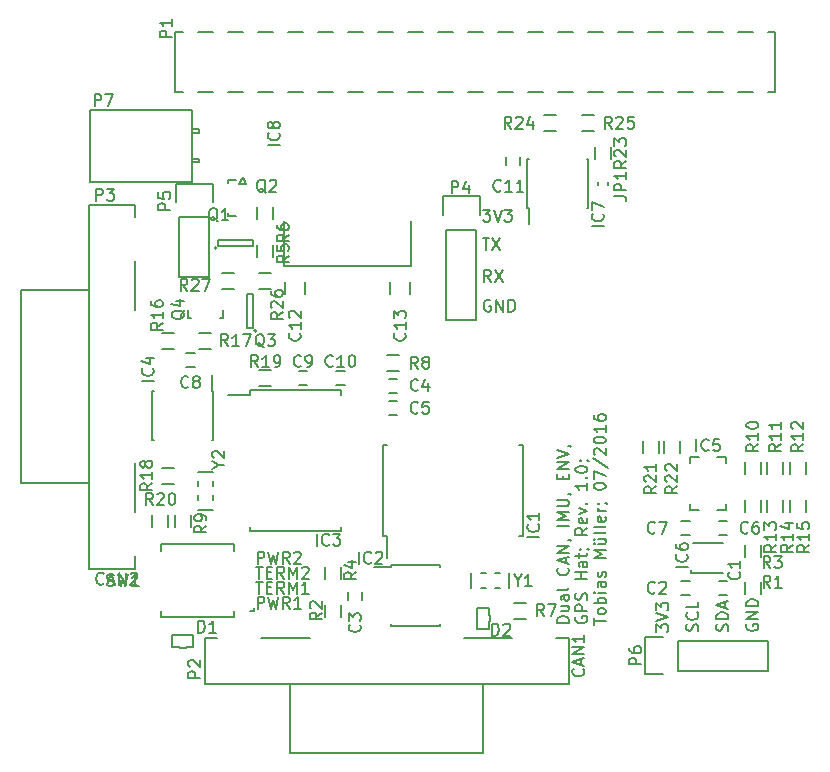
<source format=gbr>
G04 #@! TF.FileFunction,Legend,Top*
%FSLAX46Y46*%
G04 Gerber Fmt 4.6, Leading zero omitted, Abs format (unit mm)*
G04 Created by KiCad (PCBNEW (2016-03-06 BZR 6610)-product) date 2016 August 04, Thursday 19:48:28*
%MOMM*%
G01*
G04 APERTURE LIST*
%ADD10C,0.100000*%
%ADD11C,0.150000*%
G04 APERTURE END LIST*
D10*
D11*
X157919381Y-123256905D02*
X156919381Y-123256905D01*
X156919381Y-123018810D01*
X156967000Y-122875952D01*
X157062238Y-122780714D01*
X157157476Y-122733095D01*
X157347952Y-122685476D01*
X157490810Y-122685476D01*
X157681286Y-122733095D01*
X157776524Y-122780714D01*
X157871762Y-122875952D01*
X157919381Y-123018810D01*
X157919381Y-123256905D01*
X157252714Y-121828333D02*
X157919381Y-121828333D01*
X157252714Y-122256905D02*
X157776524Y-122256905D01*
X157871762Y-122209286D01*
X157919381Y-122114048D01*
X157919381Y-121971190D01*
X157871762Y-121875952D01*
X157824143Y-121828333D01*
X157919381Y-120923571D02*
X157395571Y-120923571D01*
X157300333Y-120971190D01*
X157252714Y-121066428D01*
X157252714Y-121256905D01*
X157300333Y-121352143D01*
X157871762Y-120923571D02*
X157919381Y-121018809D01*
X157919381Y-121256905D01*
X157871762Y-121352143D01*
X157776524Y-121399762D01*
X157681286Y-121399762D01*
X157586048Y-121352143D01*
X157538429Y-121256905D01*
X157538429Y-121018809D01*
X157490810Y-120923571D01*
X157919381Y-120304524D02*
X157871762Y-120399762D01*
X157776524Y-120447381D01*
X156919381Y-120447381D01*
X157824143Y-118590237D02*
X157871762Y-118637856D01*
X157919381Y-118780713D01*
X157919381Y-118875951D01*
X157871762Y-119018809D01*
X157776524Y-119114047D01*
X157681286Y-119161666D01*
X157490810Y-119209285D01*
X157347952Y-119209285D01*
X157157476Y-119161666D01*
X157062238Y-119114047D01*
X156967000Y-119018809D01*
X156919381Y-118875951D01*
X156919381Y-118780713D01*
X156967000Y-118637856D01*
X157014619Y-118590237D01*
X157633667Y-118209285D02*
X157633667Y-117733094D01*
X157919381Y-118304523D02*
X156919381Y-117971190D01*
X157919381Y-117637856D01*
X157919381Y-117304523D02*
X156919381Y-117304523D01*
X157919381Y-116733094D01*
X156919381Y-116733094D01*
X157871762Y-116209285D02*
X157919381Y-116209285D01*
X158014619Y-116256904D01*
X158062238Y-116304523D01*
X157919381Y-115018809D02*
X156919381Y-115018809D01*
X157919381Y-114542619D02*
X156919381Y-114542619D01*
X157633667Y-114209285D01*
X156919381Y-113875952D01*
X157919381Y-113875952D01*
X156919381Y-113399762D02*
X157728905Y-113399762D01*
X157824143Y-113352143D01*
X157871762Y-113304524D01*
X157919381Y-113209286D01*
X157919381Y-113018809D01*
X157871762Y-112923571D01*
X157824143Y-112875952D01*
X157728905Y-112828333D01*
X156919381Y-112828333D01*
X157871762Y-112304524D02*
X157919381Y-112304524D01*
X158014619Y-112352143D01*
X158062238Y-112399762D01*
X157395571Y-111114048D02*
X157395571Y-110780714D01*
X157919381Y-110637857D02*
X157919381Y-111114048D01*
X156919381Y-111114048D01*
X156919381Y-110637857D01*
X157919381Y-110209286D02*
X156919381Y-110209286D01*
X157919381Y-109637857D01*
X156919381Y-109637857D01*
X156919381Y-109304524D02*
X157919381Y-108971191D01*
X156919381Y-108637857D01*
X157871762Y-108256905D02*
X157919381Y-108256905D01*
X158014619Y-108304524D01*
X158062238Y-108352143D01*
X158517000Y-122733095D02*
X158469381Y-122828333D01*
X158469381Y-122971190D01*
X158517000Y-123114048D01*
X158612238Y-123209286D01*
X158707476Y-123256905D01*
X158897952Y-123304524D01*
X159040810Y-123304524D01*
X159231286Y-123256905D01*
X159326524Y-123209286D01*
X159421762Y-123114048D01*
X159469381Y-122971190D01*
X159469381Y-122875952D01*
X159421762Y-122733095D01*
X159374143Y-122685476D01*
X159040810Y-122685476D01*
X159040810Y-122875952D01*
X159469381Y-122256905D02*
X158469381Y-122256905D01*
X158469381Y-121875952D01*
X158517000Y-121780714D01*
X158564619Y-121733095D01*
X158659857Y-121685476D01*
X158802714Y-121685476D01*
X158897952Y-121733095D01*
X158945571Y-121780714D01*
X158993190Y-121875952D01*
X158993190Y-122256905D01*
X159421762Y-121304524D02*
X159469381Y-121161667D01*
X159469381Y-120923571D01*
X159421762Y-120828333D01*
X159374143Y-120780714D01*
X159278905Y-120733095D01*
X159183667Y-120733095D01*
X159088429Y-120780714D01*
X159040810Y-120828333D01*
X158993190Y-120923571D01*
X158945571Y-121114048D01*
X158897952Y-121209286D01*
X158850333Y-121256905D01*
X158755095Y-121304524D01*
X158659857Y-121304524D01*
X158564619Y-121256905D01*
X158517000Y-121209286D01*
X158469381Y-121114048D01*
X158469381Y-120875952D01*
X158517000Y-120733095D01*
X159469381Y-119542619D02*
X158469381Y-119542619D01*
X158945571Y-119542619D02*
X158945571Y-118971190D01*
X159469381Y-118971190D02*
X158469381Y-118971190D01*
X159469381Y-118066428D02*
X158945571Y-118066428D01*
X158850333Y-118114047D01*
X158802714Y-118209285D01*
X158802714Y-118399762D01*
X158850333Y-118495000D01*
X159421762Y-118066428D02*
X159469381Y-118161666D01*
X159469381Y-118399762D01*
X159421762Y-118495000D01*
X159326524Y-118542619D01*
X159231286Y-118542619D01*
X159136048Y-118495000D01*
X159088429Y-118399762D01*
X159088429Y-118161666D01*
X159040810Y-118066428D01*
X158802714Y-117733095D02*
X158802714Y-117352143D01*
X158469381Y-117590238D02*
X159326524Y-117590238D01*
X159421762Y-117542619D01*
X159469381Y-117447381D01*
X159469381Y-117352143D01*
X159421762Y-116971190D02*
X159469381Y-116971190D01*
X159564619Y-117018809D01*
X159612238Y-117066428D01*
X158850333Y-117018809D02*
X158897952Y-116971190D01*
X158945571Y-117018809D01*
X158897952Y-117066428D01*
X158850333Y-117018809D01*
X158945571Y-117018809D01*
X159469381Y-115209285D02*
X158993190Y-115542619D01*
X159469381Y-115780714D02*
X158469381Y-115780714D01*
X158469381Y-115399761D01*
X158517000Y-115304523D01*
X158564619Y-115256904D01*
X158659857Y-115209285D01*
X158802714Y-115209285D01*
X158897952Y-115256904D01*
X158945571Y-115304523D01*
X158993190Y-115399761D01*
X158993190Y-115780714D01*
X159421762Y-114399761D02*
X159469381Y-114494999D01*
X159469381Y-114685476D01*
X159421762Y-114780714D01*
X159326524Y-114828333D01*
X158945571Y-114828333D01*
X158850333Y-114780714D01*
X158802714Y-114685476D01*
X158802714Y-114494999D01*
X158850333Y-114399761D01*
X158945571Y-114352142D01*
X159040810Y-114352142D01*
X159136048Y-114828333D01*
X158802714Y-114018809D02*
X159469381Y-113780714D01*
X158802714Y-113542618D01*
X159374143Y-113161666D02*
X159421762Y-113114047D01*
X159469381Y-113161666D01*
X159421762Y-113209285D01*
X159374143Y-113161666D01*
X159469381Y-113161666D01*
X159469381Y-111399761D02*
X159469381Y-111971190D01*
X159469381Y-111685476D02*
X158469381Y-111685476D01*
X158612238Y-111780714D01*
X158707476Y-111875952D01*
X158755095Y-111971190D01*
X159374143Y-110971190D02*
X159421762Y-110923571D01*
X159469381Y-110971190D01*
X159421762Y-111018809D01*
X159374143Y-110971190D01*
X159469381Y-110971190D01*
X158469381Y-110304524D02*
X158469381Y-110209285D01*
X158517000Y-110114047D01*
X158564619Y-110066428D01*
X158659857Y-110018809D01*
X158850333Y-109971190D01*
X159088429Y-109971190D01*
X159278905Y-110018809D01*
X159374143Y-110066428D01*
X159421762Y-110114047D01*
X159469381Y-110209285D01*
X159469381Y-110304524D01*
X159421762Y-110399762D01*
X159374143Y-110447381D01*
X159278905Y-110495000D01*
X159088429Y-110542619D01*
X158850333Y-110542619D01*
X158659857Y-110495000D01*
X158564619Y-110447381D01*
X158517000Y-110399762D01*
X158469381Y-110304524D01*
X159421762Y-109495000D02*
X159469381Y-109495000D01*
X159564619Y-109542619D01*
X159612238Y-109590238D01*
X158850333Y-109542619D02*
X158897952Y-109495000D01*
X158945571Y-109542619D01*
X158897952Y-109590238D01*
X158850333Y-109542619D01*
X158945571Y-109542619D01*
X160019381Y-123399762D02*
X160019381Y-122828333D01*
X161019381Y-123114048D02*
X160019381Y-123114048D01*
X161019381Y-122352143D02*
X160971762Y-122447381D01*
X160924143Y-122495000D01*
X160828905Y-122542619D01*
X160543190Y-122542619D01*
X160447952Y-122495000D01*
X160400333Y-122447381D01*
X160352714Y-122352143D01*
X160352714Y-122209285D01*
X160400333Y-122114047D01*
X160447952Y-122066428D01*
X160543190Y-122018809D01*
X160828905Y-122018809D01*
X160924143Y-122066428D01*
X160971762Y-122114047D01*
X161019381Y-122209285D01*
X161019381Y-122352143D01*
X161019381Y-121590238D02*
X160019381Y-121590238D01*
X160400333Y-121590238D02*
X160352714Y-121495000D01*
X160352714Y-121304523D01*
X160400333Y-121209285D01*
X160447952Y-121161666D01*
X160543190Y-121114047D01*
X160828905Y-121114047D01*
X160924143Y-121161666D01*
X160971762Y-121209285D01*
X161019381Y-121304523D01*
X161019381Y-121495000D01*
X160971762Y-121590238D01*
X161019381Y-120685476D02*
X160352714Y-120685476D01*
X160019381Y-120685476D02*
X160067000Y-120733095D01*
X160114619Y-120685476D01*
X160067000Y-120637857D01*
X160019381Y-120685476D01*
X160114619Y-120685476D01*
X161019381Y-119780714D02*
X160495571Y-119780714D01*
X160400333Y-119828333D01*
X160352714Y-119923571D01*
X160352714Y-120114048D01*
X160400333Y-120209286D01*
X160971762Y-119780714D02*
X161019381Y-119875952D01*
X161019381Y-120114048D01*
X160971762Y-120209286D01*
X160876524Y-120256905D01*
X160781286Y-120256905D01*
X160686048Y-120209286D01*
X160638429Y-120114048D01*
X160638429Y-119875952D01*
X160590810Y-119780714D01*
X160971762Y-119352143D02*
X161019381Y-119256905D01*
X161019381Y-119066429D01*
X160971762Y-118971190D01*
X160876524Y-118923571D01*
X160828905Y-118923571D01*
X160733667Y-118971190D01*
X160686048Y-119066429D01*
X160686048Y-119209286D01*
X160638429Y-119304524D01*
X160543190Y-119352143D01*
X160495571Y-119352143D01*
X160400333Y-119304524D01*
X160352714Y-119209286D01*
X160352714Y-119066429D01*
X160400333Y-118971190D01*
X161019381Y-117733095D02*
X160019381Y-117733095D01*
X160733667Y-117399761D01*
X160019381Y-117066428D01*
X161019381Y-117066428D01*
X160352714Y-116161666D02*
X161019381Y-116161666D01*
X160352714Y-116590238D02*
X160876524Y-116590238D01*
X160971762Y-116542619D01*
X161019381Y-116447381D01*
X161019381Y-116304523D01*
X160971762Y-116209285D01*
X160924143Y-116161666D01*
X160019381Y-116542619D02*
X160067000Y-116495000D01*
X160114619Y-116542619D01*
X160067000Y-116590238D01*
X160019381Y-116542619D01*
X160114619Y-116542619D01*
X160019381Y-116161666D02*
X160067000Y-116114047D01*
X160114619Y-116161666D01*
X160067000Y-116209285D01*
X160019381Y-116161666D01*
X160114619Y-116161666D01*
X161019381Y-115542619D02*
X160971762Y-115637857D01*
X160876524Y-115685476D01*
X160019381Y-115685476D01*
X161019381Y-115018809D02*
X160971762Y-115114047D01*
X160876524Y-115161666D01*
X160019381Y-115161666D01*
X160971762Y-114256903D02*
X161019381Y-114352141D01*
X161019381Y-114542618D01*
X160971762Y-114637856D01*
X160876524Y-114685475D01*
X160495571Y-114685475D01*
X160400333Y-114637856D01*
X160352714Y-114542618D01*
X160352714Y-114352141D01*
X160400333Y-114256903D01*
X160495571Y-114209284D01*
X160590810Y-114209284D01*
X160686048Y-114685475D01*
X161019381Y-113780713D02*
X160352714Y-113780713D01*
X160543190Y-113780713D02*
X160447952Y-113733094D01*
X160400333Y-113685475D01*
X160352714Y-113590237D01*
X160352714Y-113494998D01*
X160971762Y-113114046D02*
X161019381Y-113114046D01*
X161114619Y-113161665D01*
X161162238Y-113209284D01*
X160400333Y-113161665D02*
X160447952Y-113114046D01*
X160495571Y-113161665D01*
X160447952Y-113209284D01*
X160400333Y-113161665D01*
X160495571Y-113161665D01*
X160019381Y-111733094D02*
X160019381Y-111637855D01*
X160067000Y-111542617D01*
X160114619Y-111494998D01*
X160209857Y-111447379D01*
X160400333Y-111399760D01*
X160638429Y-111399760D01*
X160828905Y-111447379D01*
X160924143Y-111494998D01*
X160971762Y-111542617D01*
X161019381Y-111637855D01*
X161019381Y-111733094D01*
X160971762Y-111828332D01*
X160924143Y-111875951D01*
X160828905Y-111923570D01*
X160638429Y-111971189D01*
X160400333Y-111971189D01*
X160209857Y-111923570D01*
X160114619Y-111875951D01*
X160067000Y-111828332D01*
X160019381Y-111733094D01*
X160019381Y-111066427D02*
X160019381Y-110399760D01*
X161019381Y-110828332D01*
X159971762Y-109304522D02*
X161257476Y-110161665D01*
X160114619Y-109018808D02*
X160067000Y-108971189D01*
X160019381Y-108875951D01*
X160019381Y-108637855D01*
X160067000Y-108542617D01*
X160114619Y-108494998D01*
X160209857Y-108447379D01*
X160305095Y-108447379D01*
X160447952Y-108494998D01*
X161019381Y-109066427D01*
X161019381Y-108447379D01*
X160019381Y-107828332D02*
X160019381Y-107733093D01*
X160067000Y-107637855D01*
X160114619Y-107590236D01*
X160209857Y-107542617D01*
X160400333Y-107494998D01*
X160638429Y-107494998D01*
X160828905Y-107542617D01*
X160924143Y-107590236D01*
X160971762Y-107637855D01*
X161019381Y-107733093D01*
X161019381Y-107828332D01*
X160971762Y-107923570D01*
X160924143Y-107971189D01*
X160828905Y-108018808D01*
X160638429Y-108066427D01*
X160400333Y-108066427D01*
X160209857Y-108018808D01*
X160114619Y-107971189D01*
X160067000Y-107923570D01*
X160019381Y-107828332D01*
X161019381Y-106542617D02*
X161019381Y-107114046D01*
X161019381Y-106828332D02*
X160019381Y-106828332D01*
X160162238Y-106923570D01*
X160257476Y-107018808D01*
X160305095Y-107114046D01*
X160019381Y-105685474D02*
X160019381Y-105875951D01*
X160067000Y-105971189D01*
X160114619Y-106018808D01*
X160257476Y-106114046D01*
X160447952Y-106161665D01*
X160828905Y-106161665D01*
X160924143Y-106114046D01*
X160971762Y-106066427D01*
X161019381Y-105971189D01*
X161019381Y-105780712D01*
X160971762Y-105685474D01*
X160924143Y-105637855D01*
X160828905Y-105590236D01*
X160590810Y-105590236D01*
X160495571Y-105637855D01*
X160447952Y-105685474D01*
X160400333Y-105780712D01*
X160400333Y-105971189D01*
X160447952Y-106066427D01*
X160495571Y-106114046D01*
X160590810Y-106161665D01*
X131569095Y-122042381D02*
X131569095Y-121042381D01*
X131950048Y-121042381D01*
X132045286Y-121090000D01*
X132092905Y-121137619D01*
X132140524Y-121232857D01*
X132140524Y-121375714D01*
X132092905Y-121470952D01*
X132045286Y-121518571D01*
X131950048Y-121566190D01*
X131569095Y-121566190D01*
X132473857Y-121042381D02*
X132711952Y-122042381D01*
X132902429Y-121328095D01*
X133092905Y-122042381D01*
X133331000Y-121042381D01*
X134283381Y-122042381D02*
X133950047Y-121566190D01*
X133711952Y-122042381D02*
X133711952Y-121042381D01*
X134092905Y-121042381D01*
X134188143Y-121090000D01*
X134235762Y-121137619D01*
X134283381Y-121232857D01*
X134283381Y-121375714D01*
X134235762Y-121470952D01*
X134188143Y-121518571D01*
X134092905Y-121566190D01*
X133711952Y-121566190D01*
X135235762Y-122042381D02*
X134664333Y-122042381D01*
X134950047Y-122042381D02*
X134950047Y-121042381D01*
X134854809Y-121185238D01*
X134759571Y-121280476D01*
X134664333Y-121328095D01*
X131426238Y-119772381D02*
X131997667Y-119772381D01*
X131711952Y-120772381D02*
X131711952Y-119772381D01*
X132331000Y-120248571D02*
X132664334Y-120248571D01*
X132807191Y-120772381D02*
X132331000Y-120772381D01*
X132331000Y-119772381D01*
X132807191Y-119772381D01*
X133807191Y-120772381D02*
X133473857Y-120296190D01*
X133235762Y-120772381D02*
X133235762Y-119772381D01*
X133616715Y-119772381D01*
X133711953Y-119820000D01*
X133759572Y-119867619D01*
X133807191Y-119962857D01*
X133807191Y-120105714D01*
X133759572Y-120200952D01*
X133711953Y-120248571D01*
X133616715Y-120296190D01*
X133235762Y-120296190D01*
X134235762Y-120772381D02*
X134235762Y-119772381D01*
X134569096Y-120486667D01*
X134902429Y-119772381D01*
X134902429Y-120772381D01*
X135902429Y-120772381D02*
X135331000Y-120772381D01*
X135616714Y-120772381D02*
X135616714Y-119772381D01*
X135521476Y-119915238D01*
X135426238Y-120010476D01*
X135331000Y-120058095D01*
X131426238Y-118502381D02*
X131997667Y-118502381D01*
X131711952Y-119502381D02*
X131711952Y-118502381D01*
X132331000Y-118978571D02*
X132664334Y-118978571D01*
X132807191Y-119502381D02*
X132331000Y-119502381D01*
X132331000Y-118502381D01*
X132807191Y-118502381D01*
X133807191Y-119502381D02*
X133473857Y-119026190D01*
X133235762Y-119502381D02*
X133235762Y-118502381D01*
X133616715Y-118502381D01*
X133711953Y-118550000D01*
X133759572Y-118597619D01*
X133807191Y-118692857D01*
X133807191Y-118835714D01*
X133759572Y-118930952D01*
X133711953Y-118978571D01*
X133616715Y-119026190D01*
X133235762Y-119026190D01*
X134235762Y-119502381D02*
X134235762Y-118502381D01*
X134569096Y-119216667D01*
X134902429Y-118502381D01*
X134902429Y-119502381D01*
X135331000Y-118597619D02*
X135378619Y-118550000D01*
X135473857Y-118502381D01*
X135711953Y-118502381D01*
X135807191Y-118550000D01*
X135854810Y-118597619D01*
X135902429Y-118692857D01*
X135902429Y-118788095D01*
X135854810Y-118930952D01*
X135283381Y-119502381D01*
X135902429Y-119502381D01*
X131569095Y-118232381D02*
X131569095Y-117232381D01*
X131950048Y-117232381D01*
X132045286Y-117280000D01*
X132092905Y-117327619D01*
X132140524Y-117422857D01*
X132140524Y-117565714D01*
X132092905Y-117660952D01*
X132045286Y-117708571D01*
X131950048Y-117756190D01*
X131569095Y-117756190D01*
X132473857Y-117232381D02*
X132711952Y-118232381D01*
X132902429Y-117518095D01*
X133092905Y-118232381D01*
X133331000Y-117232381D01*
X134283381Y-118232381D02*
X133950047Y-117756190D01*
X133711952Y-118232381D02*
X133711952Y-117232381D01*
X134092905Y-117232381D01*
X134188143Y-117280000D01*
X134235762Y-117327619D01*
X134283381Y-117422857D01*
X134283381Y-117565714D01*
X134235762Y-117660952D01*
X134188143Y-117708571D01*
X134092905Y-117756190D01*
X133711952Y-117756190D01*
X134664333Y-117327619D02*
X134711952Y-117280000D01*
X134807190Y-117232381D01*
X135045286Y-117232381D01*
X135140524Y-117280000D01*
X135188143Y-117327619D01*
X135235762Y-117422857D01*
X135235762Y-117518095D01*
X135188143Y-117660952D01*
X134616714Y-118232381D01*
X135235762Y-118232381D01*
X151269905Y-95944000D02*
X151174667Y-95896381D01*
X151031810Y-95896381D01*
X150888952Y-95944000D01*
X150793714Y-96039238D01*
X150746095Y-96134476D01*
X150698476Y-96324952D01*
X150698476Y-96467810D01*
X150746095Y-96658286D01*
X150793714Y-96753524D01*
X150888952Y-96848762D01*
X151031810Y-96896381D01*
X151127048Y-96896381D01*
X151269905Y-96848762D01*
X151317524Y-96801143D01*
X151317524Y-96467810D01*
X151127048Y-96467810D01*
X151746095Y-96896381D02*
X151746095Y-95896381D01*
X152317524Y-96896381D01*
X152317524Y-95896381D01*
X152793714Y-96896381D02*
X152793714Y-95896381D01*
X153031809Y-95896381D01*
X153174667Y-95944000D01*
X153269905Y-96039238D01*
X153317524Y-96134476D01*
X153365143Y-96324952D01*
X153365143Y-96467810D01*
X153317524Y-96658286D01*
X153269905Y-96753524D01*
X153174667Y-96848762D01*
X153031809Y-96896381D01*
X152793714Y-96896381D01*
X151317524Y-94356381D02*
X150984190Y-93880190D01*
X150746095Y-94356381D02*
X150746095Y-93356381D01*
X151127048Y-93356381D01*
X151222286Y-93404000D01*
X151269905Y-93451619D01*
X151317524Y-93546857D01*
X151317524Y-93689714D01*
X151269905Y-93784952D01*
X151222286Y-93832571D01*
X151127048Y-93880190D01*
X150746095Y-93880190D01*
X151650857Y-93356381D02*
X152317524Y-94356381D01*
X152317524Y-93356381D02*
X151650857Y-94356381D01*
X150603238Y-90689381D02*
X151174667Y-90689381D01*
X150888952Y-91689381D02*
X150888952Y-90689381D01*
X151412762Y-90689381D02*
X152079429Y-91689381D01*
X152079429Y-90689381D02*
X151412762Y-91689381D01*
X150650857Y-88276381D02*
X151269905Y-88276381D01*
X150936571Y-88657333D01*
X151079429Y-88657333D01*
X151174667Y-88704952D01*
X151222286Y-88752571D01*
X151269905Y-88847810D01*
X151269905Y-89085905D01*
X151222286Y-89181143D01*
X151174667Y-89228762D01*
X151079429Y-89276381D01*
X150793714Y-89276381D01*
X150698476Y-89228762D01*
X150650857Y-89181143D01*
X151555619Y-88276381D02*
X151888952Y-89276381D01*
X152222286Y-88276381D01*
X152460381Y-88276381D02*
X153079429Y-88276381D01*
X152746095Y-88657333D01*
X152888953Y-88657333D01*
X152984191Y-88704952D01*
X153031810Y-88752571D01*
X153079429Y-88847810D01*
X153079429Y-89085905D01*
X153031810Y-89181143D01*
X152984191Y-89228762D01*
X152888953Y-89276381D01*
X152603238Y-89276381D01*
X152508000Y-89228762D01*
X152460381Y-89181143D01*
X172995000Y-123368095D02*
X172947381Y-123463333D01*
X172947381Y-123606190D01*
X172995000Y-123749048D01*
X173090238Y-123844286D01*
X173185476Y-123891905D01*
X173375952Y-123939524D01*
X173518810Y-123939524D01*
X173709286Y-123891905D01*
X173804524Y-123844286D01*
X173899762Y-123749048D01*
X173947381Y-123606190D01*
X173947381Y-123510952D01*
X173899762Y-123368095D01*
X173852143Y-123320476D01*
X173518810Y-123320476D01*
X173518810Y-123510952D01*
X173947381Y-122891905D02*
X172947381Y-122891905D01*
X173947381Y-122320476D01*
X172947381Y-122320476D01*
X173947381Y-121844286D02*
X172947381Y-121844286D01*
X172947381Y-121606191D01*
X172995000Y-121463333D01*
X173090238Y-121368095D01*
X173185476Y-121320476D01*
X173375952Y-121272857D01*
X173518810Y-121272857D01*
X173709286Y-121320476D01*
X173804524Y-121368095D01*
X173899762Y-121463333D01*
X173947381Y-121606191D01*
X173947381Y-121844286D01*
X171359762Y-123939524D02*
X171407381Y-123796667D01*
X171407381Y-123558571D01*
X171359762Y-123463333D01*
X171312143Y-123415714D01*
X171216905Y-123368095D01*
X171121667Y-123368095D01*
X171026429Y-123415714D01*
X170978810Y-123463333D01*
X170931190Y-123558571D01*
X170883571Y-123749048D01*
X170835952Y-123844286D01*
X170788333Y-123891905D01*
X170693095Y-123939524D01*
X170597857Y-123939524D01*
X170502619Y-123891905D01*
X170455000Y-123844286D01*
X170407381Y-123749048D01*
X170407381Y-123510952D01*
X170455000Y-123368095D01*
X171407381Y-122939524D02*
X170407381Y-122939524D01*
X170407381Y-122701429D01*
X170455000Y-122558571D01*
X170550238Y-122463333D01*
X170645476Y-122415714D01*
X170835952Y-122368095D01*
X170978810Y-122368095D01*
X171169286Y-122415714D01*
X171264524Y-122463333D01*
X171359762Y-122558571D01*
X171407381Y-122701429D01*
X171407381Y-122939524D01*
X171121667Y-121987143D02*
X171121667Y-121510952D01*
X171407381Y-122082381D02*
X170407381Y-121749048D01*
X171407381Y-121415714D01*
X168819762Y-123939524D02*
X168867381Y-123796667D01*
X168867381Y-123558571D01*
X168819762Y-123463333D01*
X168772143Y-123415714D01*
X168676905Y-123368095D01*
X168581667Y-123368095D01*
X168486429Y-123415714D01*
X168438810Y-123463333D01*
X168391190Y-123558571D01*
X168343571Y-123749048D01*
X168295952Y-123844286D01*
X168248333Y-123891905D01*
X168153095Y-123939524D01*
X168057857Y-123939524D01*
X167962619Y-123891905D01*
X167915000Y-123844286D01*
X167867381Y-123749048D01*
X167867381Y-123510952D01*
X167915000Y-123368095D01*
X168772143Y-122368095D02*
X168819762Y-122415714D01*
X168867381Y-122558571D01*
X168867381Y-122653809D01*
X168819762Y-122796667D01*
X168724524Y-122891905D01*
X168629286Y-122939524D01*
X168438810Y-122987143D01*
X168295952Y-122987143D01*
X168105476Y-122939524D01*
X168010238Y-122891905D01*
X167915000Y-122796667D01*
X167867381Y-122653809D01*
X167867381Y-122558571D01*
X167915000Y-122415714D01*
X167962619Y-122368095D01*
X168867381Y-121463333D02*
X168867381Y-121939524D01*
X167867381Y-121939524D01*
X165327381Y-123987143D02*
X165327381Y-123368095D01*
X165708333Y-123701429D01*
X165708333Y-123558571D01*
X165755952Y-123463333D01*
X165803571Y-123415714D01*
X165898810Y-123368095D01*
X166136905Y-123368095D01*
X166232143Y-123415714D01*
X166279762Y-123463333D01*
X166327381Y-123558571D01*
X166327381Y-123844286D01*
X166279762Y-123939524D01*
X166232143Y-123987143D01*
X165327381Y-123082381D02*
X166327381Y-122749048D01*
X165327381Y-122415714D01*
X165327381Y-122177619D02*
X165327381Y-121558571D01*
X165708333Y-121891905D01*
X165708333Y-121749047D01*
X165755952Y-121653809D01*
X165803571Y-121606190D01*
X165898810Y-121558571D01*
X166136905Y-121558571D01*
X166232143Y-121606190D01*
X166279762Y-121653809D01*
X166327381Y-121749047D01*
X166327381Y-122034762D01*
X166279762Y-122130000D01*
X166232143Y-122177619D01*
X117335000Y-85945000D02*
X125995000Y-85945000D01*
X125995000Y-85945000D02*
X125995000Y-79805000D01*
X125995000Y-79805000D02*
X117335000Y-79805000D01*
X117335000Y-79805000D02*
X117335000Y-85945000D01*
X125995000Y-84275000D02*
X126615000Y-84275000D01*
X126615000Y-84275000D02*
X126615000Y-83975000D01*
X126615000Y-83975000D02*
X125995000Y-83975000D01*
X125995000Y-83975000D02*
X125995000Y-84275000D01*
X125995000Y-81775000D02*
X126615000Y-81775000D01*
X126615000Y-81775000D02*
X126615000Y-81475000D01*
X126615000Y-81475000D02*
X125995000Y-81475000D01*
X125995000Y-81475000D02*
X125995000Y-81775000D01*
X130315000Y-85525000D02*
X130615000Y-86125000D01*
X130615000Y-86125000D02*
X130015000Y-86125000D01*
X130015000Y-86125000D02*
X130315000Y-85525000D01*
X170605000Y-119720000D02*
X171305000Y-119720000D01*
X171305000Y-120920000D02*
X170605000Y-120920000D01*
X168130000Y-120920000D02*
X167430000Y-120920000D01*
X167430000Y-119720000D02*
X168130000Y-119720000D01*
X140440000Y-120605000D02*
X140440000Y-121305000D01*
X139240000Y-121305000D02*
X139240000Y-120605000D01*
X142665000Y-102575000D02*
X143365000Y-102575000D01*
X143365000Y-103775000D02*
X142665000Y-103775000D01*
X142665000Y-104480000D02*
X143365000Y-104480000D01*
X143365000Y-105680000D02*
X142665000Y-105680000D01*
X170605000Y-114640000D02*
X171305000Y-114640000D01*
X171305000Y-115840000D02*
X170605000Y-115840000D01*
X168130000Y-115840000D02*
X167430000Y-115840000D01*
X167430000Y-114640000D02*
X168130000Y-114640000D01*
X126220000Y-101616000D02*
X125520000Y-101616000D01*
X125520000Y-100416000D02*
X126220000Y-100416000D01*
X135745000Y-103140000D02*
X135045000Y-103140000D01*
X135045000Y-101940000D02*
X135745000Y-101940000D01*
X138220000Y-101940000D02*
X138920000Y-101940000D01*
X138920000Y-103140000D02*
X138220000Y-103140000D01*
X142145000Y-115940000D02*
X142490000Y-115940000D01*
X142145000Y-108190000D02*
X142490000Y-108190000D01*
X154045000Y-108190000D02*
X153700000Y-108190000D01*
X154045000Y-115940000D02*
X153700000Y-115940000D01*
X142145000Y-115940000D02*
X142145000Y-108190000D01*
X154045000Y-115940000D02*
X154045000Y-108190000D01*
X142490000Y-115940000D02*
X142490000Y-117765000D01*
X142845000Y-118380000D02*
X142845000Y-118525000D01*
X146995000Y-118380000D02*
X146995000Y-118525000D01*
X146995000Y-123530000D02*
X146995000Y-123385000D01*
X142845000Y-123530000D02*
X142845000Y-123385000D01*
X142845000Y-118380000D02*
X146995000Y-118380000D01*
X142845000Y-123530000D02*
X146995000Y-123530000D01*
X142845000Y-118525000D02*
X141445000Y-118525000D01*
X130885000Y-103575000D02*
X130885000Y-103920000D01*
X138635000Y-103575000D02*
X138635000Y-103920000D01*
X138635000Y-115475000D02*
X138635000Y-115130000D01*
X130885000Y-115475000D02*
X130885000Y-115130000D01*
X130885000Y-103575000D02*
X138635000Y-103575000D01*
X130885000Y-115475000D02*
X138635000Y-115475000D01*
X130885000Y-103920000D02*
X129060000Y-103920000D01*
X127810000Y-103640000D02*
X127665000Y-103640000D01*
X127810000Y-107790000D02*
X127665000Y-107790000D01*
X122660000Y-107790000D02*
X122805000Y-107790000D01*
X122660000Y-103640000D02*
X122805000Y-103640000D01*
X127810000Y-103640000D02*
X127810000Y-107790000D01*
X122660000Y-103640000D02*
X122660000Y-107790000D01*
X127665000Y-103640000D02*
X127665000Y-102240000D01*
D10*
X170997500Y-109380000D02*
G75*
G03X170997500Y-109380000I-50000J0D01*
G01*
D11*
X171185000Y-113180000D02*
X171185000Y-113680000D01*
X171185000Y-113680000D02*
X170435000Y-113680000D01*
X170435000Y-109180000D02*
X171185000Y-109180000D01*
X171185000Y-109180000D02*
X171185000Y-109680000D01*
X168185000Y-109180000D02*
X168185000Y-109680000D01*
X168185000Y-109180000D02*
X168935000Y-109180000D01*
X168185000Y-113180000D02*
X168185000Y-113680000D01*
X168185000Y-113680000D02*
X168935000Y-113680000D01*
X147530000Y-89960000D02*
X147530000Y-97580000D01*
X150070000Y-89960000D02*
X150070000Y-97580000D01*
X150350000Y-87140000D02*
X150350000Y-88690000D01*
X147530000Y-97580000D02*
X150070000Y-97580000D01*
X150070000Y-89960000D02*
X147530000Y-89960000D01*
X147250000Y-88690000D02*
X147250000Y-87140000D01*
X147250000Y-87140000D02*
X150350000Y-87140000D01*
X124930000Y-88880000D02*
X124930000Y-93960000D01*
X124930000Y-93960000D02*
X127470000Y-93960000D01*
X127470000Y-93960000D02*
X127470000Y-88880000D01*
X127750000Y-86060000D02*
X127750000Y-87610000D01*
X127470000Y-88880000D02*
X124930000Y-88880000D01*
X124650000Y-87610000D02*
X124650000Y-86060000D01*
X124650000Y-86060000D02*
X127750000Y-86060000D01*
X128080000Y-91510000D02*
G75*
G03X128080000Y-91510000I-100000J0D01*
G01*
X128230000Y-90860000D02*
X128230000Y-91360000D01*
X131130000Y-90860000D02*
X128230000Y-90860000D01*
X131130000Y-91360000D02*
X131130000Y-90860000D01*
X128230000Y-91360000D02*
X131130000Y-91360000D01*
X129029760Y-86000840D02*
X129029760Y-86049100D01*
X129730800Y-88799820D02*
X129029760Y-88799820D01*
X129029760Y-88799820D02*
X129029760Y-88550900D01*
X129029760Y-86000840D02*
X129029760Y-85800180D01*
X129029760Y-85800180D02*
X129730800Y-85800180D01*
X174170000Y-119820000D02*
X174170000Y-120820000D01*
X172820000Y-120820000D02*
X172820000Y-119820000D01*
X138610000Y-121725000D02*
X138610000Y-122725000D01*
X137260000Y-122725000D02*
X137260000Y-121725000D01*
X174170000Y-116645000D02*
X174170000Y-117645000D01*
X172820000Y-117645000D02*
X172820000Y-116645000D01*
X137260000Y-119550000D02*
X137260000Y-118550000D01*
X138610000Y-118550000D02*
X138610000Y-119550000D01*
X132895000Y-91245000D02*
X132895000Y-92245000D01*
X131545000Y-92245000D02*
X131545000Y-91245000D01*
X131545000Y-89070000D02*
X131545000Y-88070000D01*
X132895000Y-88070000D02*
X132895000Y-89070000D01*
X154310000Y-122900000D02*
X153310000Y-122900000D01*
X153310000Y-121550000D02*
X154310000Y-121550000D01*
X143515000Y-101945000D02*
X142515000Y-101945000D01*
X142515000Y-100595000D02*
X143515000Y-100595000D01*
X124560000Y-115105000D02*
X124560000Y-114105000D01*
X125910000Y-114105000D02*
X125910000Y-115105000D01*
X172820000Y-110660000D02*
X172820000Y-109660000D01*
X174170000Y-109660000D02*
X174170000Y-110660000D01*
X174725000Y-110660000D02*
X174725000Y-109660000D01*
X176075000Y-109660000D02*
X176075000Y-110660000D01*
X176630000Y-110660000D02*
X176630000Y-109660000D01*
X177980000Y-109660000D02*
X177980000Y-110660000D01*
X172820000Y-113835000D02*
X172820000Y-112835000D01*
X174170000Y-112835000D02*
X174170000Y-113835000D01*
X174725000Y-113835000D02*
X174725000Y-112835000D01*
X176075000Y-112835000D02*
X176075000Y-113835000D01*
X176630000Y-113835000D02*
X176630000Y-112835000D01*
X177980000Y-112835000D02*
X177980000Y-113835000D01*
X124465000Y-100040000D02*
X123465000Y-100040000D01*
X123465000Y-98690000D02*
X124465000Y-98690000D01*
X126640000Y-98690000D02*
X127640000Y-98690000D01*
X127640000Y-100040000D02*
X126640000Y-100040000D01*
X123465000Y-110120000D02*
X124465000Y-110120000D01*
X124465000Y-111470000D02*
X123465000Y-111470000D01*
X132720000Y-103215000D02*
X131720000Y-103215000D01*
X131720000Y-101865000D02*
X132720000Y-101865000D01*
X122655000Y-115105000D02*
X122655000Y-114105000D01*
X124005000Y-114105000D02*
X124005000Y-115105000D01*
X165534000Y-107882000D02*
X165534000Y-108882000D01*
X164184000Y-108882000D02*
X164184000Y-107882000D01*
X167312000Y-107882000D02*
X167312000Y-108882000D01*
X165962000Y-108882000D02*
X165962000Y-107882000D01*
X130955000Y-122285000D02*
X131255000Y-122285000D01*
X131255000Y-121985000D02*
X131255000Y-122285000D01*
X123405000Y-122785000D02*
X129605000Y-122785000D01*
X129605000Y-122785000D02*
X129605000Y-122235000D01*
X123405000Y-116585000D02*
X129605000Y-116585000D01*
X123405000Y-116585000D02*
X123405000Y-117135000D01*
X129605000Y-117135000D02*
X129605000Y-116585000D01*
X123405000Y-122235000D02*
X123405000Y-122785000D01*
X150870000Y-119035000D02*
X150470000Y-119035000D01*
X151670000Y-119035000D02*
X152070000Y-119035000D01*
X150870000Y-120335000D02*
X150470000Y-120335000D01*
X149670000Y-120335000D02*
X149670000Y-119035000D01*
X151670000Y-120335000D02*
X152070000Y-120335000D01*
X152870000Y-119035000D02*
X152870000Y-120335000D01*
X127790000Y-111665000D02*
X127790000Y-111265000D01*
X127790000Y-112465000D02*
X127790000Y-112865000D01*
X126490000Y-111665000D02*
X126490000Y-111265000D01*
X126490000Y-110465000D02*
X127790000Y-110465000D01*
X126490000Y-112465000D02*
X126490000Y-112865000D01*
X127790000Y-113665000D02*
X126490000Y-113665000D01*
X124600000Y-73210000D02*
X124600000Y-78290000D01*
X124600000Y-78290000D02*
X125224000Y-78290000D01*
X175400000Y-78290000D02*
X175400000Y-73210000D01*
X175400000Y-73210000D02*
X174776000Y-73210000D01*
X175400000Y-78290000D02*
X174776000Y-78290000D01*
X125224000Y-73210000D02*
X124600000Y-73210000D01*
X127764000Y-73210000D02*
X126516000Y-73210000D01*
X130304000Y-73210000D02*
X129056000Y-73210000D01*
X132844000Y-73210000D02*
X131596000Y-73210000D01*
X135384000Y-73210000D02*
X134136000Y-73210000D01*
X137924000Y-73210000D02*
X136676000Y-73210000D01*
X140464000Y-73210000D02*
X139216000Y-73210000D01*
X143004000Y-73210000D02*
X141756000Y-73210000D01*
X145544000Y-73210000D02*
X144296000Y-73210000D01*
X148084000Y-73210000D02*
X146836000Y-73210000D01*
X150624000Y-73210000D02*
X149376000Y-73210000D01*
X153164000Y-73210000D02*
X151916000Y-73210000D01*
X155704000Y-73210000D02*
X154456000Y-73210000D01*
X158244000Y-73210000D02*
X156996000Y-73210000D01*
X160784000Y-73210000D02*
X159536000Y-73210000D01*
X163324000Y-73210000D02*
X162076000Y-73210000D01*
X165864000Y-73210000D02*
X164616000Y-73210000D01*
X168404000Y-73210000D02*
X167156000Y-73210000D01*
X170944000Y-73210000D02*
X169696000Y-73210000D01*
X173484000Y-73210000D02*
X172236000Y-73210000D01*
X125224000Y-78290000D02*
X124600000Y-78290000D01*
X127764000Y-78290000D02*
X126516000Y-78290000D01*
X130304000Y-78290000D02*
X129056000Y-78290000D01*
X132844000Y-78290000D02*
X131596000Y-78290000D01*
X135384000Y-78290000D02*
X134136000Y-78290000D01*
X137924000Y-78290000D02*
X136676000Y-78290000D01*
X140464000Y-78290000D02*
X139216000Y-78290000D01*
X143004000Y-78290000D02*
X141756000Y-78290000D01*
X145544000Y-78290000D02*
X144296000Y-78290000D01*
X148084000Y-78290000D02*
X146836000Y-78290000D01*
X150624000Y-78290000D02*
X149376000Y-78290000D01*
X153164000Y-78290000D02*
X151916000Y-78290000D01*
X155704000Y-78290000D02*
X154456000Y-78290000D01*
X158244000Y-78290000D02*
X156996000Y-78290000D01*
X160784000Y-78290000D02*
X159536000Y-78290000D01*
X163324000Y-78290000D02*
X162076000Y-78290000D01*
X165864000Y-78290000D02*
X164616000Y-78290000D01*
X168404000Y-78290000D02*
X167156000Y-78290000D01*
X170944000Y-78290000D02*
X169696000Y-78290000D01*
X173484000Y-78290000D02*
X172236000Y-78290000D01*
X117300000Y-111415000D02*
X111500000Y-111415000D01*
X111500000Y-111415000D02*
X111500000Y-95085000D01*
X111500000Y-95085000D02*
X117300000Y-95085000D01*
X121200000Y-87845000D02*
X121200000Y-88884000D01*
X121200000Y-118655000D02*
X121200000Y-117616000D01*
X121200000Y-87845000D02*
X117300000Y-87845000D01*
X117300000Y-87845000D02*
X117300000Y-118655000D01*
X117300000Y-118655000D02*
X121200000Y-118655000D01*
X121200000Y-92626000D02*
X121200000Y-96750000D01*
X121200000Y-109750000D02*
X121200000Y-113874000D01*
X150665000Y-128450000D02*
X150665000Y-134250000D01*
X150665000Y-134250000D02*
X134335000Y-134250000D01*
X134335000Y-134250000D02*
X134335000Y-128450000D01*
X127095000Y-124550000D02*
X128134000Y-124550000D01*
X157905000Y-124550000D02*
X156866000Y-124550000D01*
X127095000Y-124550000D02*
X127095000Y-128450000D01*
X127095000Y-128450000D02*
X157905000Y-128450000D01*
X157905000Y-128450000D02*
X157905000Y-124550000D01*
X131876000Y-124550000D02*
X136000000Y-124550000D01*
X149000000Y-124550000D02*
X153124000Y-124550000D01*
X152575000Y-84475000D02*
X152575000Y-83775000D01*
X153775000Y-83775000D02*
X153775000Y-84475000D01*
X160120000Y-83990000D02*
X160120000Y-82990000D01*
X161470000Y-82990000D02*
X161470000Y-83990000D01*
X156850000Y-81625000D02*
X155850000Y-81625000D01*
X155850000Y-80275000D02*
X156850000Y-80275000D01*
X159025000Y-80275000D02*
X160025000Y-80275000D01*
X160025000Y-81625000D02*
X159025000Y-81625000D01*
X154410000Y-88105000D02*
X154555000Y-88105000D01*
X154410000Y-83955000D02*
X154555000Y-83955000D01*
X159560000Y-83955000D02*
X159415000Y-83955000D01*
X159560000Y-88105000D02*
X159415000Y-88105000D01*
X154410000Y-88105000D02*
X154410000Y-83955000D01*
X159560000Y-88105000D02*
X159560000Y-83955000D01*
X154555000Y-88105000D02*
X154555000Y-89505000D01*
X167145000Y-127305000D02*
X174765000Y-127305000D01*
X167145000Y-124765000D02*
X174765000Y-124765000D01*
X164325000Y-124485000D02*
X165875000Y-124485000D01*
X174765000Y-127305000D02*
X174765000Y-124765000D01*
X167145000Y-124765000D02*
X167145000Y-127305000D01*
X165875000Y-127585000D02*
X164325000Y-127585000D01*
X164325000Y-127585000D02*
X164325000Y-124485000D01*
X168285000Y-119030000D02*
X168285000Y-118780000D01*
X170935000Y-116530000D02*
X168435000Y-116530000D01*
X168285000Y-119030000D02*
X170935000Y-119030000D01*
X161235000Y-86145000D02*
X161235000Y-85915000D01*
X160355000Y-85915000D02*
X160355000Y-86145000D01*
X135610000Y-95420000D02*
X135610000Y-94420000D01*
X133910000Y-94420000D02*
X133910000Y-95420000D01*
X142800000Y-94420000D02*
X142800000Y-95420000D01*
X144500000Y-95420000D02*
X144500000Y-94420000D01*
X133832900Y-89205000D02*
X133832900Y-93015000D01*
X133832900Y-93015000D02*
X144577100Y-93015000D01*
X144577100Y-89205000D02*
X144577100Y-93015000D01*
X131450000Y-98525000D02*
G75*
G03X131450000Y-98525000I-100000J0D01*
G01*
X130700000Y-98275000D02*
X131200000Y-98275000D01*
X130700000Y-95375000D02*
X130700000Y-98275000D01*
X131200000Y-95375000D02*
X130700000Y-95375000D01*
X131200000Y-98275000D02*
X131200000Y-95375000D01*
X125840840Y-97475240D02*
X125889100Y-97475240D01*
X128639820Y-96774200D02*
X128639820Y-97475240D01*
X128639820Y-97475240D02*
X128390900Y-97475240D01*
X125840840Y-97475240D02*
X125640180Y-97475240D01*
X125640180Y-97475240D02*
X125640180Y-96774200D01*
X131720000Y-93610000D02*
X132720000Y-93610000D01*
X132720000Y-94960000D02*
X131720000Y-94960000D01*
X129545000Y-94960000D02*
X128545000Y-94960000D01*
X128545000Y-93610000D02*
X129545000Y-93610000D01*
X125489000Y-125273000D02*
X126124000Y-125273000D01*
X126124000Y-125273000D02*
X126124000Y-124257000D01*
X124346000Y-124257000D02*
X124346000Y-125273000D01*
X124346000Y-125273000D02*
X124981000Y-125273000D01*
X125489000Y-125400000D02*
X125489000Y-125273000D01*
X124981000Y-125273000D02*
X124981000Y-125400000D01*
X126124000Y-124257000D02*
X124346000Y-124257000D01*
X124981000Y-125400000D02*
X125489000Y-125400000D01*
X151143000Y-122606000D02*
X151143000Y-121971000D01*
X151143000Y-121971000D02*
X150127000Y-121971000D01*
X150127000Y-123749000D02*
X151143000Y-123749000D01*
X151143000Y-123749000D02*
X151143000Y-123114000D01*
X151270000Y-122606000D02*
X151143000Y-122606000D01*
X151143000Y-123114000D02*
X151270000Y-123114000D01*
X150127000Y-121971000D02*
X150127000Y-123749000D01*
X151270000Y-123114000D02*
X151270000Y-122606000D01*
X117765905Y-79497381D02*
X117765905Y-78497381D01*
X118146858Y-78497381D01*
X118242096Y-78545000D01*
X118289715Y-78592619D01*
X118337334Y-78687857D01*
X118337334Y-78830714D01*
X118289715Y-78925952D01*
X118242096Y-78973571D01*
X118146858Y-79021190D01*
X117765905Y-79021190D01*
X118670667Y-78497381D02*
X119337334Y-78497381D01*
X118908762Y-79497381D01*
X172328143Y-118962666D02*
X172375762Y-119010285D01*
X172423381Y-119153142D01*
X172423381Y-119248380D01*
X172375762Y-119391238D01*
X172280524Y-119486476D01*
X172185286Y-119534095D01*
X171994810Y-119581714D01*
X171851952Y-119581714D01*
X171661476Y-119534095D01*
X171566238Y-119486476D01*
X171471000Y-119391238D01*
X171423381Y-119248380D01*
X171423381Y-119153142D01*
X171471000Y-119010285D01*
X171518619Y-118962666D01*
X172423381Y-118010285D02*
X172423381Y-118581714D01*
X172423381Y-118296000D02*
X171423381Y-118296000D01*
X171566238Y-118391238D01*
X171661476Y-118486476D01*
X171709095Y-118581714D01*
X165200334Y-120677143D02*
X165152715Y-120724762D01*
X165009858Y-120772381D01*
X164914620Y-120772381D01*
X164771762Y-120724762D01*
X164676524Y-120629524D01*
X164628905Y-120534286D01*
X164581286Y-120343810D01*
X164581286Y-120200952D01*
X164628905Y-120010476D01*
X164676524Y-119915238D01*
X164771762Y-119820000D01*
X164914620Y-119772381D01*
X165009858Y-119772381D01*
X165152715Y-119820000D01*
X165200334Y-119867619D01*
X165581286Y-119867619D02*
X165628905Y-119820000D01*
X165724143Y-119772381D01*
X165962239Y-119772381D01*
X166057477Y-119820000D01*
X166105096Y-119867619D01*
X166152715Y-119962857D01*
X166152715Y-120058095D01*
X166105096Y-120200952D01*
X165533667Y-120772381D01*
X166152715Y-120772381D01*
X140197143Y-123407666D02*
X140244762Y-123455285D01*
X140292381Y-123598142D01*
X140292381Y-123693380D01*
X140244762Y-123836238D01*
X140149524Y-123931476D01*
X140054286Y-123979095D01*
X139863810Y-124026714D01*
X139720952Y-124026714D01*
X139530476Y-123979095D01*
X139435238Y-123931476D01*
X139340000Y-123836238D01*
X139292381Y-123693380D01*
X139292381Y-123598142D01*
X139340000Y-123455285D01*
X139387619Y-123407666D01*
X139292381Y-123074333D02*
X139292381Y-122455285D01*
X139673333Y-122788619D01*
X139673333Y-122645761D01*
X139720952Y-122550523D01*
X139768571Y-122502904D01*
X139863810Y-122455285D01*
X140101905Y-122455285D01*
X140197143Y-122502904D01*
X140244762Y-122550523D01*
X140292381Y-122645761D01*
X140292381Y-122931476D01*
X140244762Y-123026714D01*
X140197143Y-123074333D01*
X145134334Y-103532143D02*
X145086715Y-103579762D01*
X144943858Y-103627381D01*
X144848620Y-103627381D01*
X144705762Y-103579762D01*
X144610524Y-103484524D01*
X144562905Y-103389286D01*
X144515286Y-103198810D01*
X144515286Y-103055952D01*
X144562905Y-102865476D01*
X144610524Y-102770238D01*
X144705762Y-102675000D01*
X144848620Y-102627381D01*
X144943858Y-102627381D01*
X145086715Y-102675000D01*
X145134334Y-102722619D01*
X145991477Y-102960714D02*
X145991477Y-103627381D01*
X145753381Y-102579762D02*
X145515286Y-103294048D01*
X146134334Y-103294048D01*
X145134334Y-105437143D02*
X145086715Y-105484762D01*
X144943858Y-105532381D01*
X144848620Y-105532381D01*
X144705762Y-105484762D01*
X144610524Y-105389524D01*
X144562905Y-105294286D01*
X144515286Y-105103810D01*
X144515286Y-104960952D01*
X144562905Y-104770476D01*
X144610524Y-104675238D01*
X144705762Y-104580000D01*
X144848620Y-104532381D01*
X144943858Y-104532381D01*
X145086715Y-104580000D01*
X145134334Y-104627619D01*
X146039096Y-104532381D02*
X145562905Y-104532381D01*
X145515286Y-105008571D01*
X145562905Y-104960952D01*
X145658143Y-104913333D01*
X145896239Y-104913333D01*
X145991477Y-104960952D01*
X146039096Y-105008571D01*
X146086715Y-105103810D01*
X146086715Y-105341905D01*
X146039096Y-105437143D01*
X145991477Y-105484762D01*
X145896239Y-105532381D01*
X145658143Y-105532381D01*
X145562905Y-105484762D01*
X145515286Y-105437143D01*
X173074334Y-115597143D02*
X173026715Y-115644762D01*
X172883858Y-115692381D01*
X172788620Y-115692381D01*
X172645762Y-115644762D01*
X172550524Y-115549524D01*
X172502905Y-115454286D01*
X172455286Y-115263810D01*
X172455286Y-115120952D01*
X172502905Y-114930476D01*
X172550524Y-114835238D01*
X172645762Y-114740000D01*
X172788620Y-114692381D01*
X172883858Y-114692381D01*
X173026715Y-114740000D01*
X173074334Y-114787619D01*
X173931477Y-114692381D02*
X173741000Y-114692381D01*
X173645762Y-114740000D01*
X173598143Y-114787619D01*
X173502905Y-114930476D01*
X173455286Y-115120952D01*
X173455286Y-115501905D01*
X173502905Y-115597143D01*
X173550524Y-115644762D01*
X173645762Y-115692381D01*
X173836239Y-115692381D01*
X173931477Y-115644762D01*
X173979096Y-115597143D01*
X174026715Y-115501905D01*
X174026715Y-115263810D01*
X173979096Y-115168571D01*
X173931477Y-115120952D01*
X173836239Y-115073333D01*
X173645762Y-115073333D01*
X173550524Y-115120952D01*
X173502905Y-115168571D01*
X173455286Y-115263810D01*
X165200334Y-115597143D02*
X165152715Y-115644762D01*
X165009858Y-115692381D01*
X164914620Y-115692381D01*
X164771762Y-115644762D01*
X164676524Y-115549524D01*
X164628905Y-115454286D01*
X164581286Y-115263810D01*
X164581286Y-115120952D01*
X164628905Y-114930476D01*
X164676524Y-114835238D01*
X164771762Y-114740000D01*
X164914620Y-114692381D01*
X165009858Y-114692381D01*
X165152715Y-114740000D01*
X165200334Y-114787619D01*
X165533667Y-114692381D02*
X166200334Y-114692381D01*
X165771762Y-115692381D01*
X125703334Y-103273143D02*
X125655715Y-103320762D01*
X125512858Y-103368381D01*
X125417620Y-103368381D01*
X125274762Y-103320762D01*
X125179524Y-103225524D01*
X125131905Y-103130286D01*
X125084286Y-102939810D01*
X125084286Y-102796952D01*
X125131905Y-102606476D01*
X125179524Y-102511238D01*
X125274762Y-102416000D01*
X125417620Y-102368381D01*
X125512858Y-102368381D01*
X125655715Y-102416000D01*
X125703334Y-102463619D01*
X126274762Y-102796952D02*
X126179524Y-102749333D01*
X126131905Y-102701714D01*
X126084286Y-102606476D01*
X126084286Y-102558857D01*
X126131905Y-102463619D01*
X126179524Y-102416000D01*
X126274762Y-102368381D01*
X126465239Y-102368381D01*
X126560477Y-102416000D01*
X126608096Y-102463619D01*
X126655715Y-102558857D01*
X126655715Y-102606476D01*
X126608096Y-102701714D01*
X126560477Y-102749333D01*
X126465239Y-102796952D01*
X126274762Y-102796952D01*
X126179524Y-102844571D01*
X126131905Y-102892190D01*
X126084286Y-102987429D01*
X126084286Y-103177905D01*
X126131905Y-103273143D01*
X126179524Y-103320762D01*
X126274762Y-103368381D01*
X126465239Y-103368381D01*
X126560477Y-103320762D01*
X126608096Y-103273143D01*
X126655715Y-103177905D01*
X126655715Y-102987429D01*
X126608096Y-102892190D01*
X126560477Y-102844571D01*
X126465239Y-102796952D01*
X135228334Y-101500143D02*
X135180715Y-101547762D01*
X135037858Y-101595381D01*
X134942620Y-101595381D01*
X134799762Y-101547762D01*
X134704524Y-101452524D01*
X134656905Y-101357286D01*
X134609286Y-101166810D01*
X134609286Y-101023952D01*
X134656905Y-100833476D01*
X134704524Y-100738238D01*
X134799762Y-100643000D01*
X134942620Y-100595381D01*
X135037858Y-100595381D01*
X135180715Y-100643000D01*
X135228334Y-100690619D01*
X135704524Y-101595381D02*
X135895000Y-101595381D01*
X135990239Y-101547762D01*
X136037858Y-101500143D01*
X136133096Y-101357286D01*
X136180715Y-101166810D01*
X136180715Y-100785857D01*
X136133096Y-100690619D01*
X136085477Y-100643000D01*
X135990239Y-100595381D01*
X135799762Y-100595381D01*
X135704524Y-100643000D01*
X135656905Y-100690619D01*
X135609286Y-100785857D01*
X135609286Y-101023952D01*
X135656905Y-101119190D01*
X135704524Y-101166810D01*
X135799762Y-101214429D01*
X135990239Y-101214429D01*
X136085477Y-101166810D01*
X136133096Y-101119190D01*
X136180715Y-101023952D01*
X137927143Y-101500143D02*
X137879524Y-101547762D01*
X137736667Y-101595381D01*
X137641429Y-101595381D01*
X137498571Y-101547762D01*
X137403333Y-101452524D01*
X137355714Y-101357286D01*
X137308095Y-101166810D01*
X137308095Y-101023952D01*
X137355714Y-100833476D01*
X137403333Y-100738238D01*
X137498571Y-100643000D01*
X137641429Y-100595381D01*
X137736667Y-100595381D01*
X137879524Y-100643000D01*
X137927143Y-100690619D01*
X138879524Y-101595381D02*
X138308095Y-101595381D01*
X138593809Y-101595381D02*
X138593809Y-100595381D01*
X138498571Y-100738238D01*
X138403333Y-100833476D01*
X138308095Y-100881095D01*
X139498571Y-100595381D02*
X139593810Y-100595381D01*
X139689048Y-100643000D01*
X139736667Y-100690619D01*
X139784286Y-100785857D01*
X139831905Y-100976333D01*
X139831905Y-101214429D01*
X139784286Y-101404905D01*
X139736667Y-101500143D01*
X139689048Y-101547762D01*
X139593810Y-101595381D01*
X139498571Y-101595381D01*
X139403333Y-101547762D01*
X139355714Y-101500143D01*
X139308095Y-101404905D01*
X139260476Y-101214429D01*
X139260476Y-100976333D01*
X139308095Y-100785857D01*
X139355714Y-100690619D01*
X139403333Y-100643000D01*
X139498571Y-100595381D01*
X155405381Y-115962190D02*
X154405381Y-115962190D01*
X155310143Y-114914571D02*
X155357762Y-114962190D01*
X155405381Y-115105047D01*
X155405381Y-115200285D01*
X155357762Y-115343143D01*
X155262524Y-115438381D01*
X155167286Y-115486000D01*
X154976810Y-115533619D01*
X154833952Y-115533619D01*
X154643476Y-115486000D01*
X154548238Y-115438381D01*
X154453000Y-115343143D01*
X154405381Y-115200285D01*
X154405381Y-115105047D01*
X154453000Y-114962190D01*
X154500619Y-114914571D01*
X155405381Y-113962190D02*
X155405381Y-114533619D01*
X155405381Y-114247905D02*
X154405381Y-114247905D01*
X154548238Y-114343143D01*
X154643476Y-114438381D01*
X154691095Y-114533619D01*
X140133810Y-118232381D02*
X140133810Y-117232381D01*
X141181429Y-118137143D02*
X141133810Y-118184762D01*
X140990953Y-118232381D01*
X140895715Y-118232381D01*
X140752857Y-118184762D01*
X140657619Y-118089524D01*
X140610000Y-117994286D01*
X140562381Y-117803810D01*
X140562381Y-117660952D01*
X140610000Y-117470476D01*
X140657619Y-117375238D01*
X140752857Y-117280000D01*
X140895715Y-117232381D01*
X140990953Y-117232381D01*
X141133810Y-117280000D01*
X141181429Y-117327619D01*
X141562381Y-117327619D02*
X141610000Y-117280000D01*
X141705238Y-117232381D01*
X141943334Y-117232381D01*
X142038572Y-117280000D01*
X142086191Y-117327619D01*
X142133810Y-117422857D01*
X142133810Y-117518095D01*
X142086191Y-117660952D01*
X141514762Y-118232381D01*
X142133810Y-118232381D01*
X136577810Y-116708381D02*
X136577810Y-115708381D01*
X137625429Y-116613143D02*
X137577810Y-116660762D01*
X137434953Y-116708381D01*
X137339715Y-116708381D01*
X137196857Y-116660762D01*
X137101619Y-116565524D01*
X137054000Y-116470286D01*
X137006381Y-116279810D01*
X137006381Y-116136952D01*
X137054000Y-115946476D01*
X137101619Y-115851238D01*
X137196857Y-115756000D01*
X137339715Y-115708381D01*
X137434953Y-115708381D01*
X137577810Y-115756000D01*
X137625429Y-115803619D01*
X137958762Y-115708381D02*
X138577810Y-115708381D01*
X138244476Y-116089333D01*
X138387334Y-116089333D01*
X138482572Y-116136952D01*
X138530191Y-116184571D01*
X138577810Y-116279810D01*
X138577810Y-116517905D01*
X138530191Y-116613143D01*
X138482572Y-116660762D01*
X138387334Y-116708381D01*
X138101619Y-116708381D01*
X138006381Y-116660762D01*
X137958762Y-116613143D01*
X122766381Y-102754190D02*
X121766381Y-102754190D01*
X122671143Y-101706571D02*
X122718762Y-101754190D01*
X122766381Y-101897047D01*
X122766381Y-101992285D01*
X122718762Y-102135143D01*
X122623524Y-102230381D01*
X122528286Y-102278000D01*
X122337810Y-102325619D01*
X122194952Y-102325619D01*
X122004476Y-102278000D01*
X121909238Y-102230381D01*
X121814000Y-102135143D01*
X121766381Y-101992285D01*
X121766381Y-101897047D01*
X121814000Y-101754190D01*
X121861619Y-101706571D01*
X122099714Y-100849428D02*
X122766381Y-100849428D01*
X121718762Y-101087524D02*
X122433048Y-101325619D01*
X122433048Y-100706571D01*
X168708810Y-108707381D02*
X168708810Y-107707381D01*
X169756429Y-108612143D02*
X169708810Y-108659762D01*
X169565953Y-108707381D01*
X169470715Y-108707381D01*
X169327857Y-108659762D01*
X169232619Y-108564524D01*
X169185000Y-108469286D01*
X169137381Y-108278810D01*
X169137381Y-108135952D01*
X169185000Y-107945476D01*
X169232619Y-107850238D01*
X169327857Y-107755000D01*
X169470715Y-107707381D01*
X169565953Y-107707381D01*
X169708810Y-107755000D01*
X169756429Y-107802619D01*
X170661191Y-107707381D02*
X170185000Y-107707381D01*
X170137381Y-108183571D01*
X170185000Y-108135952D01*
X170280238Y-108088333D01*
X170518334Y-108088333D01*
X170613572Y-108135952D01*
X170661191Y-108183571D01*
X170708810Y-108278810D01*
X170708810Y-108516905D01*
X170661191Y-108612143D01*
X170613572Y-108659762D01*
X170518334Y-108707381D01*
X170280238Y-108707381D01*
X170185000Y-108659762D01*
X170137381Y-108612143D01*
X147991905Y-86863381D02*
X147991905Y-85863381D01*
X148372858Y-85863381D01*
X148468096Y-85911000D01*
X148515715Y-85958619D01*
X148563334Y-86053857D01*
X148563334Y-86196714D01*
X148515715Y-86291952D01*
X148468096Y-86339571D01*
X148372858Y-86387190D01*
X147991905Y-86387190D01*
X149420477Y-86196714D02*
X149420477Y-86863381D01*
X149182381Y-85815762D02*
X148944286Y-86530048D01*
X149563334Y-86530048D01*
X124163381Y-88292095D02*
X123163381Y-88292095D01*
X123163381Y-87911142D01*
X123211000Y-87815904D01*
X123258619Y-87768285D01*
X123353857Y-87720666D01*
X123496714Y-87720666D01*
X123591952Y-87768285D01*
X123639571Y-87815904D01*
X123687190Y-87911142D01*
X123687190Y-88292095D01*
X123163381Y-86815904D02*
X123163381Y-87292095D01*
X123639571Y-87339714D01*
X123591952Y-87292095D01*
X123544333Y-87196857D01*
X123544333Y-86958761D01*
X123591952Y-86863523D01*
X123639571Y-86815904D01*
X123734810Y-86768285D01*
X123972905Y-86768285D01*
X124068143Y-86815904D01*
X124115762Y-86863523D01*
X124163381Y-86958761D01*
X124163381Y-87196857D01*
X124115762Y-87292095D01*
X124068143Y-87339714D01*
X128187762Y-89244619D02*
X128092524Y-89197000D01*
X127997286Y-89101762D01*
X127854429Y-88958905D01*
X127759190Y-88911286D01*
X127663952Y-88911286D01*
X127711571Y-89149381D02*
X127616333Y-89101762D01*
X127521095Y-89006524D01*
X127473476Y-88816048D01*
X127473476Y-88482714D01*
X127521095Y-88292238D01*
X127616333Y-88197000D01*
X127711571Y-88149381D01*
X127902048Y-88149381D01*
X127997286Y-88197000D01*
X128092524Y-88292238D01*
X128140143Y-88482714D01*
X128140143Y-88816048D01*
X128092524Y-89006524D01*
X127997286Y-89101762D01*
X127902048Y-89149381D01*
X127711571Y-89149381D01*
X129092524Y-89149381D02*
X128521095Y-89149381D01*
X128806809Y-89149381D02*
X128806809Y-88149381D01*
X128711571Y-88292238D01*
X128616333Y-88387476D01*
X128521095Y-88435095D01*
X132251762Y-86831619D02*
X132156524Y-86784000D01*
X132061286Y-86688762D01*
X131918429Y-86545905D01*
X131823190Y-86498286D01*
X131727952Y-86498286D01*
X131775571Y-86736381D02*
X131680333Y-86688762D01*
X131585095Y-86593524D01*
X131537476Y-86403048D01*
X131537476Y-86069714D01*
X131585095Y-85879238D01*
X131680333Y-85784000D01*
X131775571Y-85736381D01*
X131966048Y-85736381D01*
X132061286Y-85784000D01*
X132156524Y-85879238D01*
X132204143Y-86069714D01*
X132204143Y-86403048D01*
X132156524Y-86593524D01*
X132061286Y-86688762D01*
X131966048Y-86736381D01*
X131775571Y-86736381D01*
X132585095Y-85831619D02*
X132632714Y-85784000D01*
X132727952Y-85736381D01*
X132966048Y-85736381D01*
X133061286Y-85784000D01*
X133108905Y-85831619D01*
X133156524Y-85926857D01*
X133156524Y-86022095D01*
X133108905Y-86164952D01*
X132537476Y-86736381D01*
X133156524Y-86736381D01*
X174979334Y-120264381D02*
X174646000Y-119788190D01*
X174407905Y-120264381D02*
X174407905Y-119264381D01*
X174788858Y-119264381D01*
X174884096Y-119312000D01*
X174931715Y-119359619D01*
X174979334Y-119454857D01*
X174979334Y-119597714D01*
X174931715Y-119692952D01*
X174884096Y-119740571D01*
X174788858Y-119788190D01*
X174407905Y-119788190D01*
X175931715Y-120264381D02*
X175360286Y-120264381D01*
X175646000Y-120264381D02*
X175646000Y-119264381D01*
X175550762Y-119407238D01*
X175455524Y-119502476D01*
X175360286Y-119550095D01*
X136990381Y-122391666D02*
X136514190Y-122725000D01*
X136990381Y-122963095D02*
X135990381Y-122963095D01*
X135990381Y-122582142D01*
X136038000Y-122486904D01*
X136085619Y-122439285D01*
X136180857Y-122391666D01*
X136323714Y-122391666D01*
X136418952Y-122439285D01*
X136466571Y-122486904D01*
X136514190Y-122582142D01*
X136514190Y-122963095D01*
X136085619Y-122010714D02*
X136038000Y-121963095D01*
X135990381Y-121867857D01*
X135990381Y-121629761D01*
X136038000Y-121534523D01*
X136085619Y-121486904D01*
X136180857Y-121439285D01*
X136276095Y-121439285D01*
X136418952Y-121486904D01*
X136990381Y-122058333D01*
X136990381Y-121439285D01*
X174979334Y-118613381D02*
X174646000Y-118137190D01*
X174407905Y-118613381D02*
X174407905Y-117613381D01*
X174788858Y-117613381D01*
X174884096Y-117661000D01*
X174931715Y-117708619D01*
X174979334Y-117803857D01*
X174979334Y-117946714D01*
X174931715Y-118041952D01*
X174884096Y-118089571D01*
X174788858Y-118137190D01*
X174407905Y-118137190D01*
X175312667Y-117613381D02*
X175931715Y-117613381D01*
X175598381Y-117994333D01*
X175741239Y-117994333D01*
X175836477Y-118041952D01*
X175884096Y-118089571D01*
X175931715Y-118184810D01*
X175931715Y-118422905D01*
X175884096Y-118518143D01*
X175836477Y-118565762D01*
X175741239Y-118613381D01*
X175455524Y-118613381D01*
X175360286Y-118565762D01*
X175312667Y-118518143D01*
X139911381Y-118962666D02*
X139435190Y-119296000D01*
X139911381Y-119534095D02*
X138911381Y-119534095D01*
X138911381Y-119153142D01*
X138959000Y-119057904D01*
X139006619Y-119010285D01*
X139101857Y-118962666D01*
X139244714Y-118962666D01*
X139339952Y-119010285D01*
X139387571Y-119057904D01*
X139435190Y-119153142D01*
X139435190Y-119534095D01*
X139244714Y-118105523D02*
X139911381Y-118105523D01*
X138863762Y-118343619D02*
X139578048Y-118581714D01*
X139578048Y-117962666D01*
X134196381Y-92165666D02*
X133720190Y-92499000D01*
X134196381Y-92737095D02*
X133196381Y-92737095D01*
X133196381Y-92356142D01*
X133244000Y-92260904D01*
X133291619Y-92213285D01*
X133386857Y-92165666D01*
X133529714Y-92165666D01*
X133624952Y-92213285D01*
X133672571Y-92260904D01*
X133720190Y-92356142D01*
X133720190Y-92737095D01*
X133196381Y-91260904D02*
X133196381Y-91737095D01*
X133672571Y-91784714D01*
X133624952Y-91737095D01*
X133577333Y-91641857D01*
X133577333Y-91403761D01*
X133624952Y-91308523D01*
X133672571Y-91260904D01*
X133767810Y-91213285D01*
X134005905Y-91213285D01*
X134101143Y-91260904D01*
X134148762Y-91308523D01*
X134196381Y-91403761D01*
X134196381Y-91641857D01*
X134148762Y-91737095D01*
X134101143Y-91784714D01*
X134196381Y-90387666D02*
X133720190Y-90721000D01*
X134196381Y-90959095D02*
X133196381Y-90959095D01*
X133196381Y-90578142D01*
X133244000Y-90482904D01*
X133291619Y-90435285D01*
X133386857Y-90387666D01*
X133529714Y-90387666D01*
X133624952Y-90435285D01*
X133672571Y-90482904D01*
X133720190Y-90578142D01*
X133720190Y-90959095D01*
X133196381Y-89530523D02*
X133196381Y-89721000D01*
X133244000Y-89816238D01*
X133291619Y-89863857D01*
X133434476Y-89959095D01*
X133624952Y-90006714D01*
X134005905Y-90006714D01*
X134101143Y-89959095D01*
X134148762Y-89911476D01*
X134196381Y-89816238D01*
X134196381Y-89625761D01*
X134148762Y-89530523D01*
X134101143Y-89482904D01*
X134005905Y-89435285D01*
X133767810Y-89435285D01*
X133672571Y-89482904D01*
X133624952Y-89530523D01*
X133577333Y-89625761D01*
X133577333Y-89816238D01*
X133624952Y-89911476D01*
X133672571Y-89959095D01*
X133767810Y-90006714D01*
X155802334Y-122677381D02*
X155469000Y-122201190D01*
X155230905Y-122677381D02*
X155230905Y-121677381D01*
X155611858Y-121677381D01*
X155707096Y-121725000D01*
X155754715Y-121772619D01*
X155802334Y-121867857D01*
X155802334Y-122010714D01*
X155754715Y-122105952D01*
X155707096Y-122153571D01*
X155611858Y-122201190D01*
X155230905Y-122201190D01*
X156135667Y-121677381D02*
X156802334Y-121677381D01*
X156373762Y-122677381D01*
X145134334Y-101722381D02*
X144801000Y-101246190D01*
X144562905Y-101722381D02*
X144562905Y-100722381D01*
X144943858Y-100722381D01*
X145039096Y-100770000D01*
X145086715Y-100817619D01*
X145134334Y-100912857D01*
X145134334Y-101055714D01*
X145086715Y-101150952D01*
X145039096Y-101198571D01*
X144943858Y-101246190D01*
X144562905Y-101246190D01*
X145705762Y-101150952D02*
X145610524Y-101103333D01*
X145562905Y-101055714D01*
X145515286Y-100960476D01*
X145515286Y-100912857D01*
X145562905Y-100817619D01*
X145610524Y-100770000D01*
X145705762Y-100722381D01*
X145896239Y-100722381D01*
X145991477Y-100770000D01*
X146039096Y-100817619D01*
X146086715Y-100912857D01*
X146086715Y-100960476D01*
X146039096Y-101055714D01*
X145991477Y-101103333D01*
X145896239Y-101150952D01*
X145705762Y-101150952D01*
X145610524Y-101198571D01*
X145562905Y-101246190D01*
X145515286Y-101341429D01*
X145515286Y-101531905D01*
X145562905Y-101627143D01*
X145610524Y-101674762D01*
X145705762Y-101722381D01*
X145896239Y-101722381D01*
X145991477Y-101674762D01*
X146039096Y-101627143D01*
X146086715Y-101531905D01*
X146086715Y-101341429D01*
X146039096Y-101246190D01*
X145991477Y-101198571D01*
X145896239Y-101150952D01*
X127211381Y-115025666D02*
X126735190Y-115359000D01*
X127211381Y-115597095D02*
X126211381Y-115597095D01*
X126211381Y-115216142D01*
X126259000Y-115120904D01*
X126306619Y-115073285D01*
X126401857Y-115025666D01*
X126544714Y-115025666D01*
X126639952Y-115073285D01*
X126687571Y-115120904D01*
X126735190Y-115216142D01*
X126735190Y-115597095D01*
X127211381Y-114549476D02*
X127211381Y-114359000D01*
X127163762Y-114263761D01*
X127116143Y-114216142D01*
X126973286Y-114120904D01*
X126782810Y-114073285D01*
X126401857Y-114073285D01*
X126306619Y-114120904D01*
X126259000Y-114168523D01*
X126211381Y-114263761D01*
X126211381Y-114454238D01*
X126259000Y-114549476D01*
X126306619Y-114597095D01*
X126401857Y-114644714D01*
X126639952Y-114644714D01*
X126735190Y-114597095D01*
X126782810Y-114549476D01*
X126830429Y-114454238D01*
X126830429Y-114263761D01*
X126782810Y-114168523D01*
X126735190Y-114120904D01*
X126639952Y-114073285D01*
X173947381Y-108135857D02*
X173471190Y-108469191D01*
X173947381Y-108707286D02*
X172947381Y-108707286D01*
X172947381Y-108326333D01*
X172995000Y-108231095D01*
X173042619Y-108183476D01*
X173137857Y-108135857D01*
X173280714Y-108135857D01*
X173375952Y-108183476D01*
X173423571Y-108231095D01*
X173471190Y-108326333D01*
X173471190Y-108707286D01*
X173947381Y-107183476D02*
X173947381Y-107754905D01*
X173947381Y-107469191D02*
X172947381Y-107469191D01*
X173090238Y-107564429D01*
X173185476Y-107659667D01*
X173233095Y-107754905D01*
X172947381Y-106564429D02*
X172947381Y-106469190D01*
X172995000Y-106373952D01*
X173042619Y-106326333D01*
X173137857Y-106278714D01*
X173328333Y-106231095D01*
X173566429Y-106231095D01*
X173756905Y-106278714D01*
X173852143Y-106326333D01*
X173899762Y-106373952D01*
X173947381Y-106469190D01*
X173947381Y-106564429D01*
X173899762Y-106659667D01*
X173852143Y-106707286D01*
X173756905Y-106754905D01*
X173566429Y-106802524D01*
X173328333Y-106802524D01*
X173137857Y-106754905D01*
X173042619Y-106707286D01*
X172995000Y-106659667D01*
X172947381Y-106564429D01*
X175852381Y-108135857D02*
X175376190Y-108469191D01*
X175852381Y-108707286D02*
X174852381Y-108707286D01*
X174852381Y-108326333D01*
X174900000Y-108231095D01*
X174947619Y-108183476D01*
X175042857Y-108135857D01*
X175185714Y-108135857D01*
X175280952Y-108183476D01*
X175328571Y-108231095D01*
X175376190Y-108326333D01*
X175376190Y-108707286D01*
X175852381Y-107183476D02*
X175852381Y-107754905D01*
X175852381Y-107469191D02*
X174852381Y-107469191D01*
X174995238Y-107564429D01*
X175090476Y-107659667D01*
X175138095Y-107754905D01*
X175852381Y-106231095D02*
X175852381Y-106802524D01*
X175852381Y-106516810D02*
X174852381Y-106516810D01*
X174995238Y-106612048D01*
X175090476Y-106707286D01*
X175138095Y-106802524D01*
X177757381Y-108135857D02*
X177281190Y-108469191D01*
X177757381Y-108707286D02*
X176757381Y-108707286D01*
X176757381Y-108326333D01*
X176805000Y-108231095D01*
X176852619Y-108183476D01*
X176947857Y-108135857D01*
X177090714Y-108135857D01*
X177185952Y-108183476D01*
X177233571Y-108231095D01*
X177281190Y-108326333D01*
X177281190Y-108707286D01*
X177757381Y-107183476D02*
X177757381Y-107754905D01*
X177757381Y-107469191D02*
X176757381Y-107469191D01*
X176900238Y-107564429D01*
X176995476Y-107659667D01*
X177043095Y-107754905D01*
X176852619Y-106802524D02*
X176805000Y-106754905D01*
X176757381Y-106659667D01*
X176757381Y-106421571D01*
X176805000Y-106326333D01*
X176852619Y-106278714D01*
X176947857Y-106231095D01*
X177043095Y-106231095D01*
X177185952Y-106278714D01*
X177757381Y-106850143D01*
X177757381Y-106231095D01*
X175471381Y-116644857D02*
X174995190Y-116978191D01*
X175471381Y-117216286D02*
X174471381Y-117216286D01*
X174471381Y-116835333D01*
X174519000Y-116740095D01*
X174566619Y-116692476D01*
X174661857Y-116644857D01*
X174804714Y-116644857D01*
X174899952Y-116692476D01*
X174947571Y-116740095D01*
X174995190Y-116835333D01*
X174995190Y-117216286D01*
X175471381Y-115692476D02*
X175471381Y-116263905D01*
X175471381Y-115978191D02*
X174471381Y-115978191D01*
X174614238Y-116073429D01*
X174709476Y-116168667D01*
X174757095Y-116263905D01*
X174471381Y-115359143D02*
X174471381Y-114740095D01*
X174852333Y-115073429D01*
X174852333Y-114930571D01*
X174899952Y-114835333D01*
X174947571Y-114787714D01*
X175042810Y-114740095D01*
X175280905Y-114740095D01*
X175376143Y-114787714D01*
X175423762Y-114835333D01*
X175471381Y-114930571D01*
X175471381Y-115216286D01*
X175423762Y-115311524D01*
X175376143Y-115359143D01*
X176868381Y-116644857D02*
X176392190Y-116978191D01*
X176868381Y-117216286D02*
X175868381Y-117216286D01*
X175868381Y-116835333D01*
X175916000Y-116740095D01*
X175963619Y-116692476D01*
X176058857Y-116644857D01*
X176201714Y-116644857D01*
X176296952Y-116692476D01*
X176344571Y-116740095D01*
X176392190Y-116835333D01*
X176392190Y-117216286D01*
X176868381Y-115692476D02*
X176868381Y-116263905D01*
X176868381Y-115978191D02*
X175868381Y-115978191D01*
X176011238Y-116073429D01*
X176106476Y-116168667D01*
X176154095Y-116263905D01*
X176201714Y-114835333D02*
X176868381Y-114835333D01*
X175820762Y-115073429D02*
X176535048Y-115311524D01*
X176535048Y-114692476D01*
X178265381Y-116644857D02*
X177789190Y-116978191D01*
X178265381Y-117216286D02*
X177265381Y-117216286D01*
X177265381Y-116835333D01*
X177313000Y-116740095D01*
X177360619Y-116692476D01*
X177455857Y-116644857D01*
X177598714Y-116644857D01*
X177693952Y-116692476D01*
X177741571Y-116740095D01*
X177789190Y-116835333D01*
X177789190Y-117216286D01*
X178265381Y-115692476D02*
X178265381Y-116263905D01*
X178265381Y-115978191D02*
X177265381Y-115978191D01*
X177408238Y-116073429D01*
X177503476Y-116168667D01*
X177551095Y-116263905D01*
X177265381Y-114787714D02*
X177265381Y-115263905D01*
X177741571Y-115311524D01*
X177693952Y-115263905D01*
X177646333Y-115168667D01*
X177646333Y-114930571D01*
X177693952Y-114835333D01*
X177741571Y-114787714D01*
X177836810Y-114740095D01*
X178074905Y-114740095D01*
X178170143Y-114787714D01*
X178217762Y-114835333D01*
X178265381Y-114930571D01*
X178265381Y-115168667D01*
X178217762Y-115263905D01*
X178170143Y-115311524D01*
X123528381Y-97848857D02*
X123052190Y-98182191D01*
X123528381Y-98420286D02*
X122528381Y-98420286D01*
X122528381Y-98039333D01*
X122576000Y-97944095D01*
X122623619Y-97896476D01*
X122718857Y-97848857D01*
X122861714Y-97848857D01*
X122956952Y-97896476D01*
X123004571Y-97944095D01*
X123052190Y-98039333D01*
X123052190Y-98420286D01*
X123528381Y-96896476D02*
X123528381Y-97467905D01*
X123528381Y-97182191D02*
X122528381Y-97182191D01*
X122671238Y-97277429D01*
X122766476Y-97372667D01*
X122814095Y-97467905D01*
X122528381Y-96039333D02*
X122528381Y-96229810D01*
X122576000Y-96325048D01*
X122623619Y-96372667D01*
X122766476Y-96467905D01*
X122956952Y-96515524D01*
X123337905Y-96515524D01*
X123433143Y-96467905D01*
X123480762Y-96420286D01*
X123528381Y-96325048D01*
X123528381Y-96134571D01*
X123480762Y-96039333D01*
X123433143Y-95991714D01*
X123337905Y-95944095D01*
X123099810Y-95944095D01*
X123004571Y-95991714D01*
X122956952Y-96039333D01*
X122909333Y-96134571D01*
X122909333Y-96325048D01*
X122956952Y-96420286D01*
X123004571Y-96467905D01*
X123099810Y-96515524D01*
X129037143Y-99817381D02*
X128703809Y-99341190D01*
X128465714Y-99817381D02*
X128465714Y-98817381D01*
X128846667Y-98817381D01*
X128941905Y-98865000D01*
X128989524Y-98912619D01*
X129037143Y-99007857D01*
X129037143Y-99150714D01*
X128989524Y-99245952D01*
X128941905Y-99293571D01*
X128846667Y-99341190D01*
X128465714Y-99341190D01*
X129989524Y-99817381D02*
X129418095Y-99817381D01*
X129703809Y-99817381D02*
X129703809Y-98817381D01*
X129608571Y-98960238D01*
X129513333Y-99055476D01*
X129418095Y-99103095D01*
X130322857Y-98817381D02*
X130989524Y-98817381D01*
X130560952Y-99817381D01*
X122639381Y-111437857D02*
X122163190Y-111771191D01*
X122639381Y-112009286D02*
X121639381Y-112009286D01*
X121639381Y-111628333D01*
X121687000Y-111533095D01*
X121734619Y-111485476D01*
X121829857Y-111437857D01*
X121972714Y-111437857D01*
X122067952Y-111485476D01*
X122115571Y-111533095D01*
X122163190Y-111628333D01*
X122163190Y-112009286D01*
X122639381Y-110485476D02*
X122639381Y-111056905D01*
X122639381Y-110771191D02*
X121639381Y-110771191D01*
X121782238Y-110866429D01*
X121877476Y-110961667D01*
X121925095Y-111056905D01*
X122067952Y-109914048D02*
X122020333Y-110009286D01*
X121972714Y-110056905D01*
X121877476Y-110104524D01*
X121829857Y-110104524D01*
X121734619Y-110056905D01*
X121687000Y-110009286D01*
X121639381Y-109914048D01*
X121639381Y-109723571D01*
X121687000Y-109628333D01*
X121734619Y-109580714D01*
X121829857Y-109533095D01*
X121877476Y-109533095D01*
X121972714Y-109580714D01*
X122020333Y-109628333D01*
X122067952Y-109723571D01*
X122067952Y-109914048D01*
X122115571Y-110009286D01*
X122163190Y-110056905D01*
X122258429Y-110104524D01*
X122448905Y-110104524D01*
X122544143Y-110056905D01*
X122591762Y-110009286D01*
X122639381Y-109914048D01*
X122639381Y-109723571D01*
X122591762Y-109628333D01*
X122544143Y-109580714D01*
X122448905Y-109533095D01*
X122258429Y-109533095D01*
X122163190Y-109580714D01*
X122115571Y-109628333D01*
X122067952Y-109723571D01*
X131577143Y-101595381D02*
X131243809Y-101119190D01*
X131005714Y-101595381D02*
X131005714Y-100595381D01*
X131386667Y-100595381D01*
X131481905Y-100643000D01*
X131529524Y-100690619D01*
X131577143Y-100785857D01*
X131577143Y-100928714D01*
X131529524Y-101023952D01*
X131481905Y-101071571D01*
X131386667Y-101119190D01*
X131005714Y-101119190D01*
X132529524Y-101595381D02*
X131958095Y-101595381D01*
X132243809Y-101595381D02*
X132243809Y-100595381D01*
X132148571Y-100738238D01*
X132053333Y-100833476D01*
X131958095Y-100881095D01*
X133005714Y-101595381D02*
X133196190Y-101595381D01*
X133291429Y-101547762D01*
X133339048Y-101500143D01*
X133434286Y-101357286D01*
X133481905Y-101166810D01*
X133481905Y-100785857D01*
X133434286Y-100690619D01*
X133386667Y-100643000D01*
X133291429Y-100595381D01*
X133100952Y-100595381D01*
X133005714Y-100643000D01*
X132958095Y-100690619D01*
X132910476Y-100785857D01*
X132910476Y-101023952D01*
X132958095Y-101119190D01*
X133005714Y-101166810D01*
X133100952Y-101214429D01*
X133291429Y-101214429D01*
X133386667Y-101166810D01*
X133434286Y-101119190D01*
X133481905Y-101023952D01*
X122687143Y-113279381D02*
X122353809Y-112803190D01*
X122115714Y-113279381D02*
X122115714Y-112279381D01*
X122496667Y-112279381D01*
X122591905Y-112327000D01*
X122639524Y-112374619D01*
X122687143Y-112469857D01*
X122687143Y-112612714D01*
X122639524Y-112707952D01*
X122591905Y-112755571D01*
X122496667Y-112803190D01*
X122115714Y-112803190D01*
X123068095Y-112374619D02*
X123115714Y-112327000D01*
X123210952Y-112279381D01*
X123449048Y-112279381D01*
X123544286Y-112327000D01*
X123591905Y-112374619D01*
X123639524Y-112469857D01*
X123639524Y-112565095D01*
X123591905Y-112707952D01*
X123020476Y-113279381D01*
X123639524Y-113279381D01*
X124258571Y-112279381D02*
X124353810Y-112279381D01*
X124449048Y-112327000D01*
X124496667Y-112374619D01*
X124544286Y-112469857D01*
X124591905Y-112660333D01*
X124591905Y-112898429D01*
X124544286Y-113088905D01*
X124496667Y-113184143D01*
X124449048Y-113231762D01*
X124353810Y-113279381D01*
X124258571Y-113279381D01*
X124163333Y-113231762D01*
X124115714Y-113184143D01*
X124068095Y-113088905D01*
X124020476Y-112898429D01*
X124020476Y-112660333D01*
X124068095Y-112469857D01*
X124115714Y-112374619D01*
X124163333Y-112327000D01*
X124258571Y-112279381D01*
X165311381Y-111691857D02*
X164835190Y-112025191D01*
X165311381Y-112263286D02*
X164311381Y-112263286D01*
X164311381Y-111882333D01*
X164359000Y-111787095D01*
X164406619Y-111739476D01*
X164501857Y-111691857D01*
X164644714Y-111691857D01*
X164739952Y-111739476D01*
X164787571Y-111787095D01*
X164835190Y-111882333D01*
X164835190Y-112263286D01*
X164406619Y-111310905D02*
X164359000Y-111263286D01*
X164311381Y-111168048D01*
X164311381Y-110929952D01*
X164359000Y-110834714D01*
X164406619Y-110787095D01*
X164501857Y-110739476D01*
X164597095Y-110739476D01*
X164739952Y-110787095D01*
X165311381Y-111358524D01*
X165311381Y-110739476D01*
X165311381Y-109787095D02*
X165311381Y-110358524D01*
X165311381Y-110072810D02*
X164311381Y-110072810D01*
X164454238Y-110168048D01*
X164549476Y-110263286D01*
X164597095Y-110358524D01*
X167089381Y-111691857D02*
X166613190Y-112025191D01*
X167089381Y-112263286D02*
X166089381Y-112263286D01*
X166089381Y-111882333D01*
X166137000Y-111787095D01*
X166184619Y-111739476D01*
X166279857Y-111691857D01*
X166422714Y-111691857D01*
X166517952Y-111739476D01*
X166565571Y-111787095D01*
X166613190Y-111882333D01*
X166613190Y-112263286D01*
X166184619Y-111310905D02*
X166137000Y-111263286D01*
X166089381Y-111168048D01*
X166089381Y-110929952D01*
X166137000Y-110834714D01*
X166184619Y-110787095D01*
X166279857Y-110739476D01*
X166375095Y-110739476D01*
X166517952Y-110787095D01*
X167089381Y-111358524D01*
X167089381Y-110739476D01*
X166184619Y-110358524D02*
X166137000Y-110310905D01*
X166089381Y-110215667D01*
X166089381Y-109977571D01*
X166137000Y-109882333D01*
X166184619Y-109834714D01*
X166279857Y-109787095D01*
X166375095Y-109787095D01*
X166517952Y-109834714D01*
X167089381Y-110406143D01*
X167089381Y-109787095D01*
X118821667Y-120089762D02*
X118964524Y-120137381D01*
X119202620Y-120137381D01*
X119297858Y-120089762D01*
X119345477Y-120042143D01*
X119393096Y-119946905D01*
X119393096Y-119851667D01*
X119345477Y-119756429D01*
X119297858Y-119708810D01*
X119202620Y-119661190D01*
X119012143Y-119613571D01*
X118916905Y-119565952D01*
X118869286Y-119518333D01*
X118821667Y-119423095D01*
X118821667Y-119327857D01*
X118869286Y-119232619D01*
X118916905Y-119185000D01*
X119012143Y-119137381D01*
X119250239Y-119137381D01*
X119393096Y-119185000D01*
X119726429Y-119137381D02*
X119964524Y-120137381D01*
X120155001Y-119423095D01*
X120345477Y-120137381D01*
X120583572Y-119137381D01*
X121488334Y-120137381D02*
X120916905Y-120137381D01*
X121202619Y-120137381D02*
X121202619Y-119137381D01*
X121107381Y-119280238D01*
X121012143Y-119375476D01*
X120916905Y-119423095D01*
X153587809Y-119661190D02*
X153587809Y-120137381D01*
X153254476Y-119137381D02*
X153587809Y-119661190D01*
X153921143Y-119137381D01*
X154778286Y-120137381D02*
X154206857Y-120137381D01*
X154492571Y-120137381D02*
X154492571Y-119137381D01*
X154397333Y-119280238D01*
X154302095Y-119375476D01*
X154206857Y-119423095D01*
X128259190Y-109874191D02*
X128735381Y-109874191D01*
X127735381Y-110207524D02*
X128259190Y-109874191D01*
X127735381Y-109540857D01*
X127830619Y-109255143D02*
X127783000Y-109207524D01*
X127735381Y-109112286D01*
X127735381Y-108874190D01*
X127783000Y-108778952D01*
X127830619Y-108731333D01*
X127925857Y-108683714D01*
X128021095Y-108683714D01*
X128163952Y-108731333D01*
X128735381Y-109302762D01*
X128735381Y-108683714D01*
X124290381Y-73687095D02*
X123290381Y-73687095D01*
X123290381Y-73306142D01*
X123338000Y-73210904D01*
X123385619Y-73163285D01*
X123480857Y-73115666D01*
X123623714Y-73115666D01*
X123718952Y-73163285D01*
X123766571Y-73210904D01*
X123814190Y-73306142D01*
X123814190Y-73687095D01*
X124290381Y-72163285D02*
X124290381Y-72734714D01*
X124290381Y-72449000D02*
X123290381Y-72449000D01*
X123433238Y-72544238D01*
X123528476Y-72639476D01*
X123576095Y-72734714D01*
X117892905Y-87498381D02*
X117892905Y-86498381D01*
X118273858Y-86498381D01*
X118369096Y-86546000D01*
X118416715Y-86593619D01*
X118464334Y-86688857D01*
X118464334Y-86831714D01*
X118416715Y-86926952D01*
X118369096Y-86974571D01*
X118273858Y-87022190D01*
X117892905Y-87022190D01*
X118797667Y-86498381D02*
X119416715Y-86498381D01*
X119083381Y-86879333D01*
X119226239Y-86879333D01*
X119321477Y-86926952D01*
X119369096Y-86974571D01*
X119416715Y-87069810D01*
X119416715Y-87307905D01*
X119369096Y-87403143D01*
X119321477Y-87450762D01*
X119226239Y-87498381D01*
X118940524Y-87498381D01*
X118845286Y-87450762D01*
X118797667Y-87403143D01*
X118527953Y-119915143D02*
X118480334Y-119962762D01*
X118337477Y-120010381D01*
X118242239Y-120010381D01*
X118099381Y-119962762D01*
X118004143Y-119867524D01*
X117956524Y-119772286D01*
X117908905Y-119581810D01*
X117908905Y-119438952D01*
X117956524Y-119248476D01*
X118004143Y-119153238D01*
X118099381Y-119058000D01*
X118242239Y-119010381D01*
X118337477Y-119010381D01*
X118480334Y-119058000D01*
X118527953Y-119105619D01*
X118908905Y-119724667D02*
X119385096Y-119724667D01*
X118813667Y-120010381D02*
X119147000Y-119010381D01*
X119480334Y-120010381D01*
X119813667Y-120010381D02*
X119813667Y-119010381D01*
X120385096Y-120010381D01*
X120385096Y-119010381D01*
X120813667Y-119105619D02*
X120861286Y-119058000D01*
X120956524Y-119010381D01*
X121194620Y-119010381D01*
X121289858Y-119058000D01*
X121337477Y-119105619D01*
X121385096Y-119200857D01*
X121385096Y-119296095D01*
X121337477Y-119438952D01*
X120766048Y-120010381D01*
X121385096Y-120010381D01*
X126703381Y-127916095D02*
X125703381Y-127916095D01*
X125703381Y-127535142D01*
X125751000Y-127439904D01*
X125798619Y-127392285D01*
X125893857Y-127344666D01*
X126036714Y-127344666D01*
X126131952Y-127392285D01*
X126179571Y-127439904D01*
X126227190Y-127535142D01*
X126227190Y-127916095D01*
X125798619Y-126963714D02*
X125751000Y-126916095D01*
X125703381Y-126820857D01*
X125703381Y-126582761D01*
X125751000Y-126487523D01*
X125798619Y-126439904D01*
X125893857Y-126392285D01*
X125989095Y-126392285D01*
X126131952Y-126439904D01*
X126703381Y-127011333D01*
X126703381Y-126392285D01*
X159120143Y-127154047D02*
X159167762Y-127201666D01*
X159215381Y-127344523D01*
X159215381Y-127439761D01*
X159167762Y-127582619D01*
X159072524Y-127677857D01*
X158977286Y-127725476D01*
X158786810Y-127773095D01*
X158643952Y-127773095D01*
X158453476Y-127725476D01*
X158358238Y-127677857D01*
X158263000Y-127582619D01*
X158215381Y-127439761D01*
X158215381Y-127344523D01*
X158263000Y-127201666D01*
X158310619Y-127154047D01*
X158929667Y-126773095D02*
X158929667Y-126296904D01*
X159215381Y-126868333D02*
X158215381Y-126535000D01*
X159215381Y-126201666D01*
X159215381Y-125868333D02*
X158215381Y-125868333D01*
X159215381Y-125296904D01*
X158215381Y-125296904D01*
X159215381Y-124296904D02*
X159215381Y-124868333D01*
X159215381Y-124582619D02*
X158215381Y-124582619D01*
X158358238Y-124677857D01*
X158453476Y-124773095D01*
X158501095Y-124868333D01*
X152151143Y-86641143D02*
X152103524Y-86688762D01*
X151960667Y-86736381D01*
X151865429Y-86736381D01*
X151722571Y-86688762D01*
X151627333Y-86593524D01*
X151579714Y-86498286D01*
X151532095Y-86307810D01*
X151532095Y-86164952D01*
X151579714Y-85974476D01*
X151627333Y-85879238D01*
X151722571Y-85784000D01*
X151865429Y-85736381D01*
X151960667Y-85736381D01*
X152103524Y-85784000D01*
X152151143Y-85831619D01*
X153103524Y-86736381D02*
X152532095Y-86736381D01*
X152817809Y-86736381D02*
X152817809Y-85736381D01*
X152722571Y-85879238D01*
X152627333Y-85974476D01*
X152532095Y-86022095D01*
X154055905Y-86736381D02*
X153484476Y-86736381D01*
X153770190Y-86736381D02*
X153770190Y-85736381D01*
X153674952Y-85879238D01*
X153579714Y-85974476D01*
X153484476Y-86022095D01*
X162771381Y-84132857D02*
X162295190Y-84466191D01*
X162771381Y-84704286D02*
X161771381Y-84704286D01*
X161771381Y-84323333D01*
X161819000Y-84228095D01*
X161866619Y-84180476D01*
X161961857Y-84132857D01*
X162104714Y-84132857D01*
X162199952Y-84180476D01*
X162247571Y-84228095D01*
X162295190Y-84323333D01*
X162295190Y-84704286D01*
X161866619Y-83751905D02*
X161819000Y-83704286D01*
X161771381Y-83609048D01*
X161771381Y-83370952D01*
X161819000Y-83275714D01*
X161866619Y-83228095D01*
X161961857Y-83180476D01*
X162057095Y-83180476D01*
X162199952Y-83228095D01*
X162771381Y-83799524D01*
X162771381Y-83180476D01*
X161771381Y-82847143D02*
X161771381Y-82228095D01*
X162152333Y-82561429D01*
X162152333Y-82418571D01*
X162199952Y-82323333D01*
X162247571Y-82275714D01*
X162342810Y-82228095D01*
X162580905Y-82228095D01*
X162676143Y-82275714D01*
X162723762Y-82323333D01*
X162771381Y-82418571D01*
X162771381Y-82704286D01*
X162723762Y-82799524D01*
X162676143Y-82847143D01*
X153040143Y-81402381D02*
X152706809Y-80926190D01*
X152468714Y-81402381D02*
X152468714Y-80402381D01*
X152849667Y-80402381D01*
X152944905Y-80450000D01*
X152992524Y-80497619D01*
X153040143Y-80592857D01*
X153040143Y-80735714D01*
X152992524Y-80830952D01*
X152944905Y-80878571D01*
X152849667Y-80926190D01*
X152468714Y-80926190D01*
X153421095Y-80497619D02*
X153468714Y-80450000D01*
X153563952Y-80402381D01*
X153802048Y-80402381D01*
X153897286Y-80450000D01*
X153944905Y-80497619D01*
X153992524Y-80592857D01*
X153992524Y-80688095D01*
X153944905Y-80830952D01*
X153373476Y-81402381D01*
X153992524Y-81402381D01*
X154849667Y-80735714D02*
X154849667Y-81402381D01*
X154611571Y-80354762D02*
X154373476Y-81069048D01*
X154992524Y-81069048D01*
X161549143Y-81402381D02*
X161215809Y-80926190D01*
X160977714Y-81402381D02*
X160977714Y-80402381D01*
X161358667Y-80402381D01*
X161453905Y-80450000D01*
X161501524Y-80497619D01*
X161549143Y-80592857D01*
X161549143Y-80735714D01*
X161501524Y-80830952D01*
X161453905Y-80878571D01*
X161358667Y-80926190D01*
X160977714Y-80926190D01*
X161930095Y-80497619D02*
X161977714Y-80450000D01*
X162072952Y-80402381D01*
X162311048Y-80402381D01*
X162406286Y-80450000D01*
X162453905Y-80497619D01*
X162501524Y-80592857D01*
X162501524Y-80688095D01*
X162453905Y-80830952D01*
X161882476Y-81402381D01*
X162501524Y-81402381D01*
X163406286Y-80402381D02*
X162930095Y-80402381D01*
X162882476Y-80878571D01*
X162930095Y-80830952D01*
X163025333Y-80783333D01*
X163263429Y-80783333D01*
X163358667Y-80830952D01*
X163406286Y-80878571D01*
X163453905Y-80973810D01*
X163453905Y-81211905D01*
X163406286Y-81307143D01*
X163358667Y-81354762D01*
X163263429Y-81402381D01*
X163025333Y-81402381D01*
X162930095Y-81354762D01*
X162882476Y-81307143D01*
X160866381Y-89673190D02*
X159866381Y-89673190D01*
X160771143Y-88625571D02*
X160818762Y-88673190D01*
X160866381Y-88816047D01*
X160866381Y-88911285D01*
X160818762Y-89054143D01*
X160723524Y-89149381D01*
X160628286Y-89197000D01*
X160437810Y-89244619D01*
X160294952Y-89244619D01*
X160104476Y-89197000D01*
X160009238Y-89149381D01*
X159914000Y-89054143D01*
X159866381Y-88911285D01*
X159866381Y-88816047D01*
X159914000Y-88673190D01*
X159961619Y-88625571D01*
X159866381Y-88292238D02*
X159866381Y-87625571D01*
X160866381Y-88054143D01*
X164041381Y-126773095D02*
X163041381Y-126773095D01*
X163041381Y-126392142D01*
X163089000Y-126296904D01*
X163136619Y-126249285D01*
X163231857Y-126201666D01*
X163374714Y-126201666D01*
X163469952Y-126249285D01*
X163517571Y-126296904D01*
X163565190Y-126392142D01*
X163565190Y-126773095D01*
X163041381Y-125344523D02*
X163041381Y-125535000D01*
X163089000Y-125630238D01*
X163136619Y-125677857D01*
X163279476Y-125773095D01*
X163469952Y-125820714D01*
X163850905Y-125820714D01*
X163946143Y-125773095D01*
X163993762Y-125725476D01*
X164041381Y-125630238D01*
X164041381Y-125439761D01*
X163993762Y-125344523D01*
X163946143Y-125296904D01*
X163850905Y-125249285D01*
X163612810Y-125249285D01*
X163517571Y-125296904D01*
X163469952Y-125344523D01*
X163422333Y-125439761D01*
X163422333Y-125630238D01*
X163469952Y-125725476D01*
X163517571Y-125773095D01*
X163612810Y-125820714D01*
X167978381Y-118502190D02*
X166978381Y-118502190D01*
X167883143Y-117454571D02*
X167930762Y-117502190D01*
X167978381Y-117645047D01*
X167978381Y-117740285D01*
X167930762Y-117883143D01*
X167835524Y-117978381D01*
X167740286Y-118026000D01*
X167549810Y-118073619D01*
X167406952Y-118073619D01*
X167216476Y-118026000D01*
X167121238Y-117978381D01*
X167026000Y-117883143D01*
X166978381Y-117740285D01*
X166978381Y-117645047D01*
X167026000Y-117502190D01*
X167073619Y-117454571D01*
X166978381Y-116597428D02*
X166978381Y-116787905D01*
X167026000Y-116883143D01*
X167073619Y-116930762D01*
X167216476Y-117026000D01*
X167406952Y-117073619D01*
X167787905Y-117073619D01*
X167883143Y-117026000D01*
X167930762Y-116978381D01*
X167978381Y-116883143D01*
X167978381Y-116692666D01*
X167930762Y-116597428D01*
X167883143Y-116549809D01*
X167787905Y-116502190D01*
X167549810Y-116502190D01*
X167454571Y-116549809D01*
X167406952Y-116597428D01*
X167359333Y-116692666D01*
X167359333Y-116883143D01*
X167406952Y-116978381D01*
X167454571Y-117026000D01*
X167549810Y-117073619D01*
X161771381Y-87117333D02*
X162485667Y-87117333D01*
X162628524Y-87164953D01*
X162723762Y-87260191D01*
X162771381Y-87403048D01*
X162771381Y-87498286D01*
X162771381Y-86641143D02*
X161771381Y-86641143D01*
X161771381Y-86260190D01*
X161819000Y-86164952D01*
X161866619Y-86117333D01*
X161961857Y-86069714D01*
X162104714Y-86069714D01*
X162199952Y-86117333D01*
X162247571Y-86164952D01*
X162295190Y-86260190D01*
X162295190Y-86641143D01*
X162771381Y-85117333D02*
X162771381Y-85688762D01*
X162771381Y-85403048D02*
X161771381Y-85403048D01*
X161914238Y-85498286D01*
X162009476Y-85593524D01*
X162057095Y-85688762D01*
X135117143Y-98737857D02*
X135164762Y-98785476D01*
X135212381Y-98928333D01*
X135212381Y-99023571D01*
X135164762Y-99166429D01*
X135069524Y-99261667D01*
X134974286Y-99309286D01*
X134783810Y-99356905D01*
X134640952Y-99356905D01*
X134450476Y-99309286D01*
X134355238Y-99261667D01*
X134260000Y-99166429D01*
X134212381Y-99023571D01*
X134212381Y-98928333D01*
X134260000Y-98785476D01*
X134307619Y-98737857D01*
X135212381Y-97785476D02*
X135212381Y-98356905D01*
X135212381Y-98071191D02*
X134212381Y-98071191D01*
X134355238Y-98166429D01*
X134450476Y-98261667D01*
X134498095Y-98356905D01*
X134307619Y-97404524D02*
X134260000Y-97356905D01*
X134212381Y-97261667D01*
X134212381Y-97023571D01*
X134260000Y-96928333D01*
X134307619Y-96880714D01*
X134402857Y-96833095D01*
X134498095Y-96833095D01*
X134640952Y-96880714D01*
X135212381Y-97452143D01*
X135212381Y-96833095D01*
X144007143Y-98737857D02*
X144054762Y-98785476D01*
X144102381Y-98928333D01*
X144102381Y-99023571D01*
X144054762Y-99166429D01*
X143959524Y-99261667D01*
X143864286Y-99309286D01*
X143673810Y-99356905D01*
X143530952Y-99356905D01*
X143340476Y-99309286D01*
X143245238Y-99261667D01*
X143150000Y-99166429D01*
X143102381Y-99023571D01*
X143102381Y-98928333D01*
X143150000Y-98785476D01*
X143197619Y-98737857D01*
X144102381Y-97785476D02*
X144102381Y-98356905D01*
X144102381Y-98071191D02*
X143102381Y-98071191D01*
X143245238Y-98166429D01*
X143340476Y-98261667D01*
X143388095Y-98356905D01*
X143102381Y-97452143D02*
X143102381Y-96833095D01*
X143483333Y-97166429D01*
X143483333Y-97023571D01*
X143530952Y-96928333D01*
X143578571Y-96880714D01*
X143673810Y-96833095D01*
X143911905Y-96833095D01*
X144007143Y-96880714D01*
X144054762Y-96928333D01*
X144102381Y-97023571D01*
X144102381Y-97309286D01*
X144054762Y-97404524D01*
X144007143Y-97452143D01*
X133434381Y-82815190D02*
X132434381Y-82815190D01*
X133339143Y-81767571D02*
X133386762Y-81815190D01*
X133434381Y-81958047D01*
X133434381Y-82053285D01*
X133386762Y-82196143D01*
X133291524Y-82291381D01*
X133196286Y-82339000D01*
X133005810Y-82386619D01*
X132862952Y-82386619D01*
X132672476Y-82339000D01*
X132577238Y-82291381D01*
X132482000Y-82196143D01*
X132434381Y-82053285D01*
X132434381Y-81958047D01*
X132482000Y-81815190D01*
X132529619Y-81767571D01*
X132862952Y-81196143D02*
X132815333Y-81291381D01*
X132767714Y-81339000D01*
X132672476Y-81386619D01*
X132624857Y-81386619D01*
X132529619Y-81339000D01*
X132482000Y-81291381D01*
X132434381Y-81196143D01*
X132434381Y-81005666D01*
X132482000Y-80910428D01*
X132529619Y-80862809D01*
X132624857Y-80815190D01*
X132672476Y-80815190D01*
X132767714Y-80862809D01*
X132815333Y-80910428D01*
X132862952Y-81005666D01*
X132862952Y-81196143D01*
X132910571Y-81291381D01*
X132958190Y-81339000D01*
X133053429Y-81386619D01*
X133243905Y-81386619D01*
X133339143Y-81339000D01*
X133386762Y-81291381D01*
X133434381Y-81196143D01*
X133434381Y-81005666D01*
X133386762Y-80910428D01*
X133339143Y-80862809D01*
X133243905Y-80815190D01*
X133053429Y-80815190D01*
X132958190Y-80862809D01*
X132910571Y-80910428D01*
X132862952Y-81005666D01*
X132124762Y-99912619D02*
X132029524Y-99865000D01*
X131934286Y-99769762D01*
X131791429Y-99626905D01*
X131696190Y-99579286D01*
X131600952Y-99579286D01*
X131648571Y-99817381D02*
X131553333Y-99769762D01*
X131458095Y-99674524D01*
X131410476Y-99484048D01*
X131410476Y-99150714D01*
X131458095Y-98960238D01*
X131553333Y-98865000D01*
X131648571Y-98817381D01*
X131839048Y-98817381D01*
X131934286Y-98865000D01*
X132029524Y-98960238D01*
X132077143Y-99150714D01*
X132077143Y-99484048D01*
X132029524Y-99674524D01*
X131934286Y-99769762D01*
X131839048Y-99817381D01*
X131648571Y-99817381D01*
X132410476Y-98817381D02*
X133029524Y-98817381D01*
X132696190Y-99198333D01*
X132839048Y-99198333D01*
X132934286Y-99245952D01*
X132981905Y-99293571D01*
X133029524Y-99388810D01*
X133029524Y-99626905D01*
X132981905Y-99722143D01*
X132934286Y-99769762D01*
X132839048Y-99817381D01*
X132553333Y-99817381D01*
X132458095Y-99769762D01*
X132410476Y-99722143D01*
X125401619Y-96793238D02*
X125354000Y-96888476D01*
X125258762Y-96983714D01*
X125115905Y-97126571D01*
X125068286Y-97221810D01*
X125068286Y-97317048D01*
X125306381Y-97269429D02*
X125258762Y-97364667D01*
X125163524Y-97459905D01*
X124973048Y-97507524D01*
X124639714Y-97507524D01*
X124449238Y-97459905D01*
X124354000Y-97364667D01*
X124306381Y-97269429D01*
X124306381Y-97078952D01*
X124354000Y-96983714D01*
X124449238Y-96888476D01*
X124639714Y-96840857D01*
X124973048Y-96840857D01*
X125163524Y-96888476D01*
X125258762Y-96983714D01*
X125306381Y-97078952D01*
X125306381Y-97269429D01*
X124639714Y-95983714D02*
X125306381Y-95983714D01*
X124258762Y-96221810D02*
X124973048Y-96459905D01*
X124973048Y-95840857D01*
X133688381Y-96959857D02*
X133212190Y-97293191D01*
X133688381Y-97531286D02*
X132688381Y-97531286D01*
X132688381Y-97150333D01*
X132736000Y-97055095D01*
X132783619Y-97007476D01*
X132878857Y-96959857D01*
X133021714Y-96959857D01*
X133116952Y-97007476D01*
X133164571Y-97055095D01*
X133212190Y-97150333D01*
X133212190Y-97531286D01*
X132783619Y-96578905D02*
X132736000Y-96531286D01*
X132688381Y-96436048D01*
X132688381Y-96197952D01*
X132736000Y-96102714D01*
X132783619Y-96055095D01*
X132878857Y-96007476D01*
X132974095Y-96007476D01*
X133116952Y-96055095D01*
X133688381Y-96626524D01*
X133688381Y-96007476D01*
X132688381Y-95150333D02*
X132688381Y-95340810D01*
X132736000Y-95436048D01*
X132783619Y-95483667D01*
X132926476Y-95578905D01*
X133116952Y-95626524D01*
X133497905Y-95626524D01*
X133593143Y-95578905D01*
X133640762Y-95531286D01*
X133688381Y-95436048D01*
X133688381Y-95245571D01*
X133640762Y-95150333D01*
X133593143Y-95102714D01*
X133497905Y-95055095D01*
X133259810Y-95055095D01*
X133164571Y-95102714D01*
X133116952Y-95150333D01*
X133069333Y-95245571D01*
X133069333Y-95436048D01*
X133116952Y-95531286D01*
X133164571Y-95578905D01*
X133259810Y-95626524D01*
X125608143Y-95118381D02*
X125274809Y-94642190D01*
X125036714Y-95118381D02*
X125036714Y-94118381D01*
X125417667Y-94118381D01*
X125512905Y-94166000D01*
X125560524Y-94213619D01*
X125608143Y-94308857D01*
X125608143Y-94451714D01*
X125560524Y-94546952D01*
X125512905Y-94594571D01*
X125417667Y-94642190D01*
X125036714Y-94642190D01*
X125989095Y-94213619D02*
X126036714Y-94166000D01*
X126131952Y-94118381D01*
X126370048Y-94118381D01*
X126465286Y-94166000D01*
X126512905Y-94213619D01*
X126560524Y-94308857D01*
X126560524Y-94404095D01*
X126512905Y-94546952D01*
X125941476Y-95118381D01*
X126560524Y-95118381D01*
X126893857Y-94118381D02*
X127560524Y-94118381D01*
X127131952Y-95118381D01*
X126528905Y-124074381D02*
X126528905Y-123074381D01*
X126767000Y-123074381D01*
X126909858Y-123122000D01*
X127005096Y-123217238D01*
X127052715Y-123312476D01*
X127100334Y-123502952D01*
X127100334Y-123645810D01*
X127052715Y-123836286D01*
X127005096Y-123931524D01*
X126909858Y-124026762D01*
X126767000Y-124074381D01*
X126528905Y-124074381D01*
X128052715Y-124074381D02*
X127481286Y-124074381D01*
X127767000Y-124074381D02*
X127767000Y-123074381D01*
X127671762Y-123217238D01*
X127576524Y-123312476D01*
X127481286Y-123360095D01*
X151420905Y-124328381D02*
X151420905Y-123328381D01*
X151659000Y-123328381D01*
X151801858Y-123376000D01*
X151897096Y-123471238D01*
X151944715Y-123566476D01*
X151992334Y-123756952D01*
X151992334Y-123899810D01*
X151944715Y-124090286D01*
X151897096Y-124185524D01*
X151801858Y-124280762D01*
X151659000Y-124328381D01*
X151420905Y-124328381D01*
X152373286Y-123423619D02*
X152420905Y-123376000D01*
X152516143Y-123328381D01*
X152754239Y-123328381D01*
X152849477Y-123376000D01*
X152897096Y-123423619D01*
X152944715Y-123518857D01*
X152944715Y-123614095D01*
X152897096Y-123756952D01*
X152325667Y-124328381D01*
X152944715Y-124328381D01*
M02*

</source>
